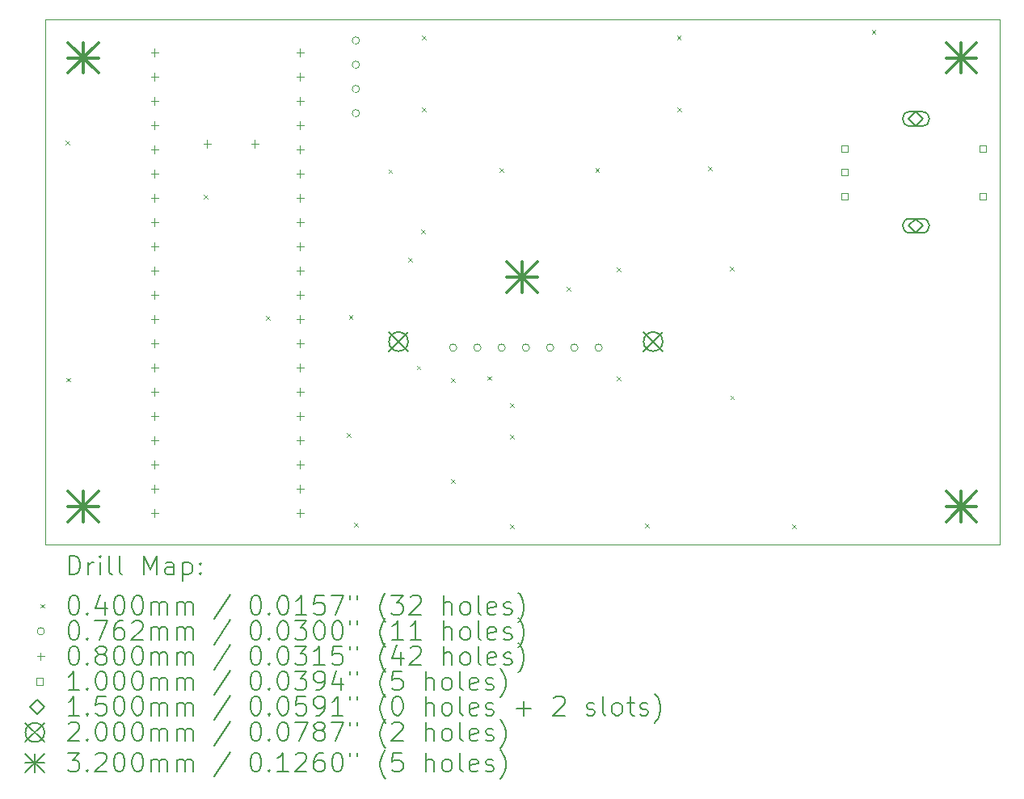
<source format=gbr>
%TF.GenerationSoftware,KiCad,Pcbnew,7.0.7*%
%TF.CreationDate,2023-10-08T08:59:40-04:00*%
%TF.ProjectId,ControlBoard,436f6e74-726f-46c4-926f-6172642e6b69,rev?*%
%TF.SameCoordinates,PX5f5e100PY459e440*%
%TF.FileFunction,Drillmap*%
%TF.FilePolarity,Positive*%
%FSLAX45Y45*%
G04 Gerber Fmt 4.5, Leading zero omitted, Abs format (unit mm)*
G04 Created by KiCad (PCBNEW 7.0.7) date 2023-10-08 08:59:40*
%MOMM*%
%LPD*%
G01*
G04 APERTURE LIST*
%ADD10C,0.100000*%
%ADD11C,0.200000*%
%ADD12C,0.040000*%
%ADD13C,0.076200*%
%ADD14C,0.080000*%
%ADD15C,0.150000*%
%ADD16C,0.320000*%
G04 APERTURE END LIST*
D10*
X10000000Y0D02*
X10000000Y-5500000D01*
X0Y-5500000D02*
X0Y0D01*
X10000000Y-5500000D02*
X0Y-5500000D01*
X0Y0D02*
X10000000Y0D01*
D11*
D12*
X216200Y-1267740D02*
X256200Y-1307740D01*
X256200Y-1267740D02*
X216200Y-1307740D01*
X226360Y-3754400D02*
X266360Y-3794400D01*
X266360Y-3754400D02*
X226360Y-3794400D01*
X1666540Y-1836700D02*
X1706540Y-1876700D01*
X1706540Y-1836700D02*
X1666540Y-1876700D01*
X2316780Y-3104160D02*
X2356780Y-3144160D01*
X2356780Y-3104160D02*
X2316780Y-3144160D01*
X3165140Y-4333520D02*
X3205140Y-4373520D01*
X3205140Y-4333520D02*
X3165140Y-4373520D01*
X3182920Y-3099080D02*
X3222920Y-3139080D01*
X3222920Y-3099080D02*
X3182920Y-3139080D01*
X3241340Y-5275860D02*
X3281340Y-5315860D01*
X3281340Y-5275860D02*
X3241340Y-5315860D01*
X3599480Y-1570000D02*
X3639480Y-1610000D01*
X3639480Y-1570000D02*
X3599480Y-1610000D01*
X3805220Y-2497100D02*
X3845220Y-2537100D01*
X3845220Y-2497100D02*
X3805220Y-2537100D01*
X3894120Y-3627400D02*
X3934120Y-3667400D01*
X3934120Y-3627400D02*
X3894120Y-3667400D01*
X3942380Y-2202460D02*
X3982380Y-2242460D01*
X3982380Y-2202460D02*
X3942380Y-2242460D01*
X3947460Y-924840D02*
X3987460Y-964840D01*
X3987460Y-924840D02*
X3947460Y-964840D01*
X3952540Y-167920D02*
X3992540Y-207920D01*
X3992540Y-167920D02*
X3952540Y-207920D01*
X4256000Y-3756940D02*
X4296000Y-3796940D01*
X4296000Y-3756940D02*
X4256000Y-3796940D01*
X4256000Y-4818660D02*
X4296000Y-4858660D01*
X4296000Y-4818660D02*
X4256000Y-4858660D01*
X4633260Y-3736620D02*
X4673260Y-3776620D01*
X4673260Y-3736620D02*
X4633260Y-3776620D01*
X4762800Y-1559840D02*
X4802800Y-1599840D01*
X4802800Y-1559840D02*
X4762800Y-1599840D01*
X4872020Y-5291100D02*
X4912020Y-5331100D01*
X4912020Y-5291100D02*
X4872020Y-5331100D01*
X4874560Y-4021100D02*
X4914560Y-4061100D01*
X4914560Y-4021100D02*
X4874560Y-4061100D01*
X4874560Y-4348760D02*
X4914560Y-4388760D01*
X4914560Y-4348760D02*
X4874560Y-4388760D01*
X5463840Y-2804440D02*
X5503840Y-2844440D01*
X5503840Y-2804440D02*
X5463840Y-2844440D01*
X5766100Y-1554760D02*
X5806100Y-1594760D01*
X5806100Y-1554760D02*
X5766100Y-1594760D01*
X5989620Y-2601240D02*
X6029620Y-2641240D01*
X6029620Y-2601240D02*
X5989620Y-2641240D01*
X5989620Y-3741700D02*
X6029620Y-3781700D01*
X6029620Y-3741700D02*
X5989620Y-3781700D01*
X6286800Y-5283480D02*
X6326800Y-5323480D01*
X6326800Y-5283480D02*
X6286800Y-5323480D01*
X6622080Y-167920D02*
X6662080Y-207920D01*
X6662080Y-167920D02*
X6622080Y-207920D01*
X6624620Y-924840D02*
X6664620Y-964840D01*
X6664620Y-924840D02*
X6624620Y-964840D01*
X6949740Y-1542060D02*
X6989740Y-1582060D01*
X6989740Y-1542060D02*
X6949740Y-1582060D01*
X7173260Y-2591080D02*
X7213260Y-2631080D01*
X7213260Y-2591080D02*
X7173260Y-2631080D01*
X7180880Y-3939820D02*
X7220880Y-3979820D01*
X7220880Y-3939820D02*
X7180880Y-3979820D01*
X7826040Y-5288560D02*
X7866040Y-5328560D01*
X7866040Y-5288560D02*
X7826040Y-5328560D01*
X8661700Y-112040D02*
X8701700Y-152040D01*
X8701700Y-112040D02*
X8661700Y-152040D01*
D13*
X3295100Y-219000D02*
G75*
G03*
X3295100Y-219000I-38100J0D01*
G01*
X3295100Y-473000D02*
G75*
G03*
X3295100Y-473000I-38100J0D01*
G01*
X3295100Y-727000D02*
G75*
G03*
X3295100Y-727000I-38100J0D01*
G01*
X3295100Y-981000D02*
G75*
G03*
X3295100Y-981000I-38100J0D01*
G01*
X4314100Y-3438000D02*
G75*
G03*
X4314100Y-3438000I-38100J0D01*
G01*
X4568100Y-3438000D02*
G75*
G03*
X4568100Y-3438000I-38100J0D01*
G01*
X4822100Y-3438000D02*
G75*
G03*
X4822100Y-3438000I-38100J0D01*
G01*
X5076100Y-3438000D02*
G75*
G03*
X5076100Y-3438000I-38100J0D01*
G01*
X5330100Y-3438000D02*
G75*
G03*
X5330100Y-3438000I-38100J0D01*
G01*
X5584100Y-3438000D02*
G75*
G03*
X5584100Y-3438000I-38100J0D01*
G01*
X5838100Y-3438000D02*
G75*
G03*
X5838100Y-3438000I-38100J0D01*
G01*
D14*
X1150600Y-305400D02*
X1150600Y-385400D01*
X1110600Y-345400D02*
X1190600Y-345400D01*
X1150600Y-559400D02*
X1150600Y-639400D01*
X1110600Y-599400D02*
X1190600Y-599400D01*
X1150600Y-813400D02*
X1150600Y-893400D01*
X1110600Y-853400D02*
X1190600Y-853400D01*
X1150600Y-1067400D02*
X1150600Y-1147400D01*
X1110600Y-1107400D02*
X1190600Y-1107400D01*
X1150600Y-1321400D02*
X1150600Y-1401400D01*
X1110600Y-1361400D02*
X1190600Y-1361400D01*
X1150600Y-1575400D02*
X1150600Y-1655400D01*
X1110600Y-1615400D02*
X1190600Y-1615400D01*
X1150600Y-1829400D02*
X1150600Y-1909400D01*
X1110600Y-1869400D02*
X1190600Y-1869400D01*
X1150600Y-2083400D02*
X1150600Y-2163400D01*
X1110600Y-2123400D02*
X1190600Y-2123400D01*
X1150600Y-2337400D02*
X1150600Y-2417400D01*
X1110600Y-2377400D02*
X1190600Y-2377400D01*
X1150600Y-2591400D02*
X1150600Y-2671400D01*
X1110600Y-2631400D02*
X1190600Y-2631400D01*
X1150600Y-2845400D02*
X1150600Y-2925400D01*
X1110600Y-2885400D02*
X1190600Y-2885400D01*
X1150600Y-3099400D02*
X1150600Y-3179400D01*
X1110600Y-3139400D02*
X1190600Y-3139400D01*
X1150600Y-3353400D02*
X1150600Y-3433400D01*
X1110600Y-3393400D02*
X1190600Y-3393400D01*
X1150600Y-3607400D02*
X1150600Y-3687400D01*
X1110600Y-3647400D02*
X1190600Y-3647400D01*
X1150600Y-3861400D02*
X1150600Y-3941400D01*
X1110600Y-3901400D02*
X1190600Y-3901400D01*
X1150600Y-4115400D02*
X1150600Y-4195400D01*
X1110600Y-4155400D02*
X1190600Y-4155400D01*
X1150600Y-4369400D02*
X1150600Y-4449400D01*
X1110600Y-4409400D02*
X1190600Y-4409400D01*
X1150600Y-4623400D02*
X1150600Y-4703400D01*
X1110600Y-4663400D02*
X1190600Y-4663400D01*
X1150600Y-4877400D02*
X1150600Y-4957400D01*
X1110600Y-4917400D02*
X1190600Y-4917400D01*
X1150600Y-5131400D02*
X1150600Y-5211400D01*
X1110600Y-5171400D02*
X1190600Y-5171400D01*
X1700000Y-1260000D02*
X1700000Y-1340000D01*
X1660000Y-1300000D02*
X1740000Y-1300000D01*
X2200000Y-1260000D02*
X2200000Y-1340000D01*
X2160000Y-1300000D02*
X2240000Y-1300000D01*
X2674600Y-305400D02*
X2674600Y-385400D01*
X2634600Y-345400D02*
X2714600Y-345400D01*
X2674600Y-559400D02*
X2674600Y-639400D01*
X2634600Y-599400D02*
X2714600Y-599400D01*
X2674600Y-813400D02*
X2674600Y-893400D01*
X2634600Y-853400D02*
X2714600Y-853400D01*
X2674600Y-1067400D02*
X2674600Y-1147400D01*
X2634600Y-1107400D02*
X2714600Y-1107400D01*
X2674600Y-1321400D02*
X2674600Y-1401400D01*
X2634600Y-1361400D02*
X2714600Y-1361400D01*
X2674600Y-1575400D02*
X2674600Y-1655400D01*
X2634600Y-1615400D02*
X2714600Y-1615400D01*
X2674600Y-1829400D02*
X2674600Y-1909400D01*
X2634600Y-1869400D02*
X2714600Y-1869400D01*
X2674600Y-2083400D02*
X2674600Y-2163400D01*
X2634600Y-2123400D02*
X2714600Y-2123400D01*
X2674600Y-2337400D02*
X2674600Y-2417400D01*
X2634600Y-2377400D02*
X2714600Y-2377400D01*
X2674600Y-2591400D02*
X2674600Y-2671400D01*
X2634600Y-2631400D02*
X2714600Y-2631400D01*
X2674600Y-2845400D02*
X2674600Y-2925400D01*
X2634600Y-2885400D02*
X2714600Y-2885400D01*
X2674600Y-3099400D02*
X2674600Y-3179400D01*
X2634600Y-3139400D02*
X2714600Y-3139400D01*
X2674600Y-3353400D02*
X2674600Y-3433400D01*
X2634600Y-3393400D02*
X2714600Y-3393400D01*
X2674600Y-3607400D02*
X2674600Y-3687400D01*
X2634600Y-3647400D02*
X2714600Y-3647400D01*
X2674600Y-3861400D02*
X2674600Y-3941400D01*
X2634600Y-3901400D02*
X2714600Y-3901400D01*
X2674600Y-4115400D02*
X2674600Y-4195400D01*
X2634600Y-4155400D02*
X2714600Y-4155400D01*
X2674600Y-4369400D02*
X2674600Y-4449400D01*
X2634600Y-4409400D02*
X2714600Y-4409400D01*
X2674600Y-4623400D02*
X2674600Y-4703400D01*
X2634600Y-4663400D02*
X2714600Y-4663400D01*
X2674600Y-4877400D02*
X2674600Y-4957400D01*
X2634600Y-4917400D02*
X2714600Y-4917400D01*
X2674600Y-5131400D02*
X2674600Y-5211400D01*
X2634600Y-5171400D02*
X2714600Y-5171400D01*
D10*
X8410356Y-1385356D02*
X8410356Y-1314644D01*
X8339644Y-1314644D01*
X8339644Y-1385356D01*
X8410356Y-1385356D01*
X8410356Y-1635356D02*
X8410356Y-1564644D01*
X8339644Y-1564644D01*
X8339644Y-1635356D01*
X8410356Y-1635356D01*
X8410356Y-1885356D02*
X8410356Y-1814644D01*
X8339644Y-1814644D01*
X8339644Y-1885356D01*
X8410356Y-1885356D01*
X9860356Y-1385356D02*
X9860356Y-1314644D01*
X9789644Y-1314644D01*
X9789644Y-1385356D01*
X9860356Y-1385356D01*
X9860356Y-1885356D02*
X9860356Y-1814644D01*
X9789644Y-1814644D01*
X9789644Y-1885356D01*
X9860356Y-1885356D01*
D15*
X9125000Y-1115000D02*
X9200000Y-1040000D01*
X9125000Y-965000D01*
X9050000Y-1040000D01*
X9125000Y-1115000D01*
D11*
X9060000Y-1115000D02*
X9190000Y-1115000D01*
X9190000Y-1115000D02*
G75*
G03*
X9190000Y-965000I0J75000D01*
G01*
X9190000Y-965000D02*
X9060000Y-965000D01*
X9060000Y-965000D02*
G75*
G03*
X9060000Y-1115000I0J-75000D01*
G01*
D15*
X9125000Y-2235000D02*
X9200000Y-2160000D01*
X9125000Y-2085000D01*
X9050000Y-2160000D01*
X9125000Y-2235000D01*
D11*
X9060000Y-2235000D02*
X9190000Y-2235000D01*
X9190000Y-2235000D02*
G75*
G03*
X9190000Y-2085000I0J75000D01*
G01*
X9190000Y-2085000D02*
X9060000Y-2085000D01*
X9060000Y-2085000D02*
G75*
G03*
X9060000Y-2235000I0J-75000D01*
G01*
X3604500Y-3274500D02*
X3804500Y-3474500D01*
X3804500Y-3274500D02*
X3604500Y-3474500D01*
X3804500Y-3374500D02*
G75*
G03*
X3804500Y-3374500I-100000J0D01*
G01*
X6271500Y-3274500D02*
X6471500Y-3474500D01*
X6471500Y-3274500D02*
X6271500Y-3474500D01*
X6471500Y-3374500D02*
G75*
G03*
X6471500Y-3374500I-100000J0D01*
G01*
D16*
X240000Y-240000D02*
X560000Y-560000D01*
X560000Y-240000D02*
X240000Y-560000D01*
X400000Y-240000D02*
X400000Y-560000D01*
X240000Y-400000D02*
X560000Y-400000D01*
X240000Y-4940000D02*
X560000Y-5260000D01*
X560000Y-4940000D02*
X240000Y-5260000D01*
X400000Y-4940000D02*
X400000Y-5260000D01*
X240000Y-5100000D02*
X560000Y-5100000D01*
X4840000Y-2540000D02*
X5160000Y-2860000D01*
X5160000Y-2540000D02*
X4840000Y-2860000D01*
X5000000Y-2540000D02*
X5000000Y-2860000D01*
X4840000Y-2700000D02*
X5160000Y-2700000D01*
X9440000Y-240000D02*
X9760000Y-560000D01*
X9760000Y-240000D02*
X9440000Y-560000D01*
X9600000Y-240000D02*
X9600000Y-560000D01*
X9440000Y-400000D02*
X9760000Y-400000D01*
X9440000Y-4940000D02*
X9760000Y-5260000D01*
X9760000Y-4940000D02*
X9440000Y-5260000D01*
X9600000Y-4940000D02*
X9600000Y-5260000D01*
X9440000Y-5100000D02*
X9760000Y-5100000D01*
D11*
X255777Y-5816484D02*
X255777Y-5616484D01*
X255777Y-5616484D02*
X303396Y-5616484D01*
X303396Y-5616484D02*
X331967Y-5626008D01*
X331967Y-5626008D02*
X351015Y-5645055D01*
X351015Y-5645055D02*
X360539Y-5664103D01*
X360539Y-5664103D02*
X370062Y-5702198D01*
X370062Y-5702198D02*
X370062Y-5730769D01*
X370062Y-5730769D02*
X360539Y-5768865D01*
X360539Y-5768865D02*
X351015Y-5787912D01*
X351015Y-5787912D02*
X331967Y-5806960D01*
X331967Y-5806960D02*
X303396Y-5816484D01*
X303396Y-5816484D02*
X255777Y-5816484D01*
X455777Y-5816484D02*
X455777Y-5683150D01*
X455777Y-5721246D02*
X465301Y-5702198D01*
X465301Y-5702198D02*
X474824Y-5692674D01*
X474824Y-5692674D02*
X493872Y-5683150D01*
X493872Y-5683150D02*
X512920Y-5683150D01*
X579586Y-5816484D02*
X579586Y-5683150D01*
X579586Y-5616484D02*
X570063Y-5626008D01*
X570063Y-5626008D02*
X579586Y-5635531D01*
X579586Y-5635531D02*
X589110Y-5626008D01*
X589110Y-5626008D02*
X579586Y-5616484D01*
X579586Y-5616484D02*
X579586Y-5635531D01*
X703396Y-5816484D02*
X684348Y-5806960D01*
X684348Y-5806960D02*
X674824Y-5787912D01*
X674824Y-5787912D02*
X674824Y-5616484D01*
X808158Y-5816484D02*
X789110Y-5806960D01*
X789110Y-5806960D02*
X779586Y-5787912D01*
X779586Y-5787912D02*
X779586Y-5616484D01*
X1036729Y-5816484D02*
X1036729Y-5616484D01*
X1036729Y-5616484D02*
X1103396Y-5759341D01*
X1103396Y-5759341D02*
X1170063Y-5616484D01*
X1170063Y-5616484D02*
X1170063Y-5816484D01*
X1351015Y-5816484D02*
X1351015Y-5711722D01*
X1351015Y-5711722D02*
X1341491Y-5692674D01*
X1341491Y-5692674D02*
X1322444Y-5683150D01*
X1322444Y-5683150D02*
X1284348Y-5683150D01*
X1284348Y-5683150D02*
X1265301Y-5692674D01*
X1351015Y-5806960D02*
X1331967Y-5816484D01*
X1331967Y-5816484D02*
X1284348Y-5816484D01*
X1284348Y-5816484D02*
X1265301Y-5806960D01*
X1265301Y-5806960D02*
X1255777Y-5787912D01*
X1255777Y-5787912D02*
X1255777Y-5768865D01*
X1255777Y-5768865D02*
X1265301Y-5749817D01*
X1265301Y-5749817D02*
X1284348Y-5740293D01*
X1284348Y-5740293D02*
X1331967Y-5740293D01*
X1331967Y-5740293D02*
X1351015Y-5730769D01*
X1446253Y-5683150D02*
X1446253Y-5883150D01*
X1446253Y-5692674D02*
X1465301Y-5683150D01*
X1465301Y-5683150D02*
X1503396Y-5683150D01*
X1503396Y-5683150D02*
X1522443Y-5692674D01*
X1522443Y-5692674D02*
X1531967Y-5702198D01*
X1531967Y-5702198D02*
X1541491Y-5721246D01*
X1541491Y-5721246D02*
X1541491Y-5778388D01*
X1541491Y-5778388D02*
X1531967Y-5797436D01*
X1531967Y-5797436D02*
X1522443Y-5806960D01*
X1522443Y-5806960D02*
X1503396Y-5816484D01*
X1503396Y-5816484D02*
X1465301Y-5816484D01*
X1465301Y-5816484D02*
X1446253Y-5806960D01*
X1627205Y-5797436D02*
X1636729Y-5806960D01*
X1636729Y-5806960D02*
X1627205Y-5816484D01*
X1627205Y-5816484D02*
X1617682Y-5806960D01*
X1617682Y-5806960D02*
X1627205Y-5797436D01*
X1627205Y-5797436D02*
X1627205Y-5816484D01*
X1627205Y-5692674D02*
X1636729Y-5702198D01*
X1636729Y-5702198D02*
X1627205Y-5711722D01*
X1627205Y-5711722D02*
X1617682Y-5702198D01*
X1617682Y-5702198D02*
X1627205Y-5692674D01*
X1627205Y-5692674D02*
X1627205Y-5711722D01*
D12*
X-45000Y-6125000D02*
X-5000Y-6165000D01*
X-5000Y-6125000D02*
X-45000Y-6165000D01*
D11*
X293872Y-6036484D02*
X312920Y-6036484D01*
X312920Y-6036484D02*
X331967Y-6046008D01*
X331967Y-6046008D02*
X341491Y-6055531D01*
X341491Y-6055531D02*
X351015Y-6074579D01*
X351015Y-6074579D02*
X360539Y-6112674D01*
X360539Y-6112674D02*
X360539Y-6160293D01*
X360539Y-6160293D02*
X351015Y-6198388D01*
X351015Y-6198388D02*
X341491Y-6217436D01*
X341491Y-6217436D02*
X331967Y-6226960D01*
X331967Y-6226960D02*
X312920Y-6236484D01*
X312920Y-6236484D02*
X293872Y-6236484D01*
X293872Y-6236484D02*
X274824Y-6226960D01*
X274824Y-6226960D02*
X265301Y-6217436D01*
X265301Y-6217436D02*
X255777Y-6198388D01*
X255777Y-6198388D02*
X246253Y-6160293D01*
X246253Y-6160293D02*
X246253Y-6112674D01*
X246253Y-6112674D02*
X255777Y-6074579D01*
X255777Y-6074579D02*
X265301Y-6055531D01*
X265301Y-6055531D02*
X274824Y-6046008D01*
X274824Y-6046008D02*
X293872Y-6036484D01*
X446253Y-6217436D02*
X455777Y-6226960D01*
X455777Y-6226960D02*
X446253Y-6236484D01*
X446253Y-6236484D02*
X436729Y-6226960D01*
X436729Y-6226960D02*
X446253Y-6217436D01*
X446253Y-6217436D02*
X446253Y-6236484D01*
X627205Y-6103150D02*
X627205Y-6236484D01*
X579586Y-6026960D02*
X531967Y-6169817D01*
X531967Y-6169817D02*
X655777Y-6169817D01*
X770062Y-6036484D02*
X789110Y-6036484D01*
X789110Y-6036484D02*
X808158Y-6046008D01*
X808158Y-6046008D02*
X817682Y-6055531D01*
X817682Y-6055531D02*
X827205Y-6074579D01*
X827205Y-6074579D02*
X836729Y-6112674D01*
X836729Y-6112674D02*
X836729Y-6160293D01*
X836729Y-6160293D02*
X827205Y-6198388D01*
X827205Y-6198388D02*
X817682Y-6217436D01*
X817682Y-6217436D02*
X808158Y-6226960D01*
X808158Y-6226960D02*
X789110Y-6236484D01*
X789110Y-6236484D02*
X770062Y-6236484D01*
X770062Y-6236484D02*
X751015Y-6226960D01*
X751015Y-6226960D02*
X741491Y-6217436D01*
X741491Y-6217436D02*
X731967Y-6198388D01*
X731967Y-6198388D02*
X722443Y-6160293D01*
X722443Y-6160293D02*
X722443Y-6112674D01*
X722443Y-6112674D02*
X731967Y-6074579D01*
X731967Y-6074579D02*
X741491Y-6055531D01*
X741491Y-6055531D02*
X751015Y-6046008D01*
X751015Y-6046008D02*
X770062Y-6036484D01*
X960539Y-6036484D02*
X979586Y-6036484D01*
X979586Y-6036484D02*
X998634Y-6046008D01*
X998634Y-6046008D02*
X1008158Y-6055531D01*
X1008158Y-6055531D02*
X1017682Y-6074579D01*
X1017682Y-6074579D02*
X1027205Y-6112674D01*
X1027205Y-6112674D02*
X1027205Y-6160293D01*
X1027205Y-6160293D02*
X1017682Y-6198388D01*
X1017682Y-6198388D02*
X1008158Y-6217436D01*
X1008158Y-6217436D02*
X998634Y-6226960D01*
X998634Y-6226960D02*
X979586Y-6236484D01*
X979586Y-6236484D02*
X960539Y-6236484D01*
X960539Y-6236484D02*
X941491Y-6226960D01*
X941491Y-6226960D02*
X931967Y-6217436D01*
X931967Y-6217436D02*
X922443Y-6198388D01*
X922443Y-6198388D02*
X912920Y-6160293D01*
X912920Y-6160293D02*
X912920Y-6112674D01*
X912920Y-6112674D02*
X922443Y-6074579D01*
X922443Y-6074579D02*
X931967Y-6055531D01*
X931967Y-6055531D02*
X941491Y-6046008D01*
X941491Y-6046008D02*
X960539Y-6036484D01*
X1112920Y-6236484D02*
X1112920Y-6103150D01*
X1112920Y-6122198D02*
X1122444Y-6112674D01*
X1122444Y-6112674D02*
X1141491Y-6103150D01*
X1141491Y-6103150D02*
X1170063Y-6103150D01*
X1170063Y-6103150D02*
X1189110Y-6112674D01*
X1189110Y-6112674D02*
X1198634Y-6131722D01*
X1198634Y-6131722D02*
X1198634Y-6236484D01*
X1198634Y-6131722D02*
X1208158Y-6112674D01*
X1208158Y-6112674D02*
X1227205Y-6103150D01*
X1227205Y-6103150D02*
X1255777Y-6103150D01*
X1255777Y-6103150D02*
X1274825Y-6112674D01*
X1274825Y-6112674D02*
X1284348Y-6131722D01*
X1284348Y-6131722D02*
X1284348Y-6236484D01*
X1379586Y-6236484D02*
X1379586Y-6103150D01*
X1379586Y-6122198D02*
X1389110Y-6112674D01*
X1389110Y-6112674D02*
X1408158Y-6103150D01*
X1408158Y-6103150D02*
X1436729Y-6103150D01*
X1436729Y-6103150D02*
X1455777Y-6112674D01*
X1455777Y-6112674D02*
X1465301Y-6131722D01*
X1465301Y-6131722D02*
X1465301Y-6236484D01*
X1465301Y-6131722D02*
X1474824Y-6112674D01*
X1474824Y-6112674D02*
X1493872Y-6103150D01*
X1493872Y-6103150D02*
X1522443Y-6103150D01*
X1522443Y-6103150D02*
X1541491Y-6112674D01*
X1541491Y-6112674D02*
X1551015Y-6131722D01*
X1551015Y-6131722D02*
X1551015Y-6236484D01*
X1941491Y-6026960D02*
X1770063Y-6284103D01*
X2198634Y-6036484D02*
X2217682Y-6036484D01*
X2217682Y-6036484D02*
X2236729Y-6046008D01*
X2236729Y-6046008D02*
X2246253Y-6055531D01*
X2246253Y-6055531D02*
X2255777Y-6074579D01*
X2255777Y-6074579D02*
X2265301Y-6112674D01*
X2265301Y-6112674D02*
X2265301Y-6160293D01*
X2265301Y-6160293D02*
X2255777Y-6198388D01*
X2255777Y-6198388D02*
X2246253Y-6217436D01*
X2246253Y-6217436D02*
X2236729Y-6226960D01*
X2236729Y-6226960D02*
X2217682Y-6236484D01*
X2217682Y-6236484D02*
X2198634Y-6236484D01*
X2198634Y-6236484D02*
X2179587Y-6226960D01*
X2179587Y-6226960D02*
X2170063Y-6217436D01*
X2170063Y-6217436D02*
X2160539Y-6198388D01*
X2160539Y-6198388D02*
X2151015Y-6160293D01*
X2151015Y-6160293D02*
X2151015Y-6112674D01*
X2151015Y-6112674D02*
X2160539Y-6074579D01*
X2160539Y-6074579D02*
X2170063Y-6055531D01*
X2170063Y-6055531D02*
X2179587Y-6046008D01*
X2179587Y-6046008D02*
X2198634Y-6036484D01*
X2351015Y-6217436D02*
X2360539Y-6226960D01*
X2360539Y-6226960D02*
X2351015Y-6236484D01*
X2351015Y-6236484D02*
X2341491Y-6226960D01*
X2341491Y-6226960D02*
X2351015Y-6217436D01*
X2351015Y-6217436D02*
X2351015Y-6236484D01*
X2484348Y-6036484D02*
X2503396Y-6036484D01*
X2503396Y-6036484D02*
X2522444Y-6046008D01*
X2522444Y-6046008D02*
X2531968Y-6055531D01*
X2531968Y-6055531D02*
X2541491Y-6074579D01*
X2541491Y-6074579D02*
X2551015Y-6112674D01*
X2551015Y-6112674D02*
X2551015Y-6160293D01*
X2551015Y-6160293D02*
X2541491Y-6198388D01*
X2541491Y-6198388D02*
X2531968Y-6217436D01*
X2531968Y-6217436D02*
X2522444Y-6226960D01*
X2522444Y-6226960D02*
X2503396Y-6236484D01*
X2503396Y-6236484D02*
X2484348Y-6236484D01*
X2484348Y-6236484D02*
X2465301Y-6226960D01*
X2465301Y-6226960D02*
X2455777Y-6217436D01*
X2455777Y-6217436D02*
X2446253Y-6198388D01*
X2446253Y-6198388D02*
X2436729Y-6160293D01*
X2436729Y-6160293D02*
X2436729Y-6112674D01*
X2436729Y-6112674D02*
X2446253Y-6074579D01*
X2446253Y-6074579D02*
X2455777Y-6055531D01*
X2455777Y-6055531D02*
X2465301Y-6046008D01*
X2465301Y-6046008D02*
X2484348Y-6036484D01*
X2741491Y-6236484D02*
X2627206Y-6236484D01*
X2684348Y-6236484D02*
X2684348Y-6036484D01*
X2684348Y-6036484D02*
X2665301Y-6065055D01*
X2665301Y-6065055D02*
X2646253Y-6084103D01*
X2646253Y-6084103D02*
X2627206Y-6093627D01*
X2922444Y-6036484D02*
X2827206Y-6036484D01*
X2827206Y-6036484D02*
X2817682Y-6131722D01*
X2817682Y-6131722D02*
X2827206Y-6122198D01*
X2827206Y-6122198D02*
X2846253Y-6112674D01*
X2846253Y-6112674D02*
X2893872Y-6112674D01*
X2893872Y-6112674D02*
X2912920Y-6122198D01*
X2912920Y-6122198D02*
X2922444Y-6131722D01*
X2922444Y-6131722D02*
X2931967Y-6150769D01*
X2931967Y-6150769D02*
X2931967Y-6198388D01*
X2931967Y-6198388D02*
X2922444Y-6217436D01*
X2922444Y-6217436D02*
X2912920Y-6226960D01*
X2912920Y-6226960D02*
X2893872Y-6236484D01*
X2893872Y-6236484D02*
X2846253Y-6236484D01*
X2846253Y-6236484D02*
X2827206Y-6226960D01*
X2827206Y-6226960D02*
X2817682Y-6217436D01*
X2998634Y-6036484D02*
X3131967Y-6036484D01*
X3131967Y-6036484D02*
X3046253Y-6236484D01*
X3198634Y-6036484D02*
X3198634Y-6074579D01*
X3274825Y-6036484D02*
X3274825Y-6074579D01*
X3570063Y-6312674D02*
X3560539Y-6303150D01*
X3560539Y-6303150D02*
X3541491Y-6274579D01*
X3541491Y-6274579D02*
X3531968Y-6255531D01*
X3531968Y-6255531D02*
X3522444Y-6226960D01*
X3522444Y-6226960D02*
X3512920Y-6179341D01*
X3512920Y-6179341D02*
X3512920Y-6141246D01*
X3512920Y-6141246D02*
X3522444Y-6093627D01*
X3522444Y-6093627D02*
X3531968Y-6065055D01*
X3531968Y-6065055D02*
X3541491Y-6046008D01*
X3541491Y-6046008D02*
X3560539Y-6017436D01*
X3560539Y-6017436D02*
X3570063Y-6007912D01*
X3627206Y-6036484D02*
X3751015Y-6036484D01*
X3751015Y-6036484D02*
X3684348Y-6112674D01*
X3684348Y-6112674D02*
X3712920Y-6112674D01*
X3712920Y-6112674D02*
X3731968Y-6122198D01*
X3731968Y-6122198D02*
X3741491Y-6131722D01*
X3741491Y-6131722D02*
X3751015Y-6150769D01*
X3751015Y-6150769D02*
X3751015Y-6198388D01*
X3751015Y-6198388D02*
X3741491Y-6217436D01*
X3741491Y-6217436D02*
X3731968Y-6226960D01*
X3731968Y-6226960D02*
X3712920Y-6236484D01*
X3712920Y-6236484D02*
X3655777Y-6236484D01*
X3655777Y-6236484D02*
X3636729Y-6226960D01*
X3636729Y-6226960D02*
X3627206Y-6217436D01*
X3827206Y-6055531D02*
X3836729Y-6046008D01*
X3836729Y-6046008D02*
X3855777Y-6036484D01*
X3855777Y-6036484D02*
X3903396Y-6036484D01*
X3903396Y-6036484D02*
X3922444Y-6046008D01*
X3922444Y-6046008D02*
X3931968Y-6055531D01*
X3931968Y-6055531D02*
X3941491Y-6074579D01*
X3941491Y-6074579D02*
X3941491Y-6093627D01*
X3941491Y-6093627D02*
X3931968Y-6122198D01*
X3931968Y-6122198D02*
X3817682Y-6236484D01*
X3817682Y-6236484D02*
X3941491Y-6236484D01*
X4179587Y-6236484D02*
X4179587Y-6036484D01*
X4265301Y-6236484D02*
X4265301Y-6131722D01*
X4265301Y-6131722D02*
X4255777Y-6112674D01*
X4255777Y-6112674D02*
X4236730Y-6103150D01*
X4236730Y-6103150D02*
X4208158Y-6103150D01*
X4208158Y-6103150D02*
X4189110Y-6112674D01*
X4189110Y-6112674D02*
X4179587Y-6122198D01*
X4389111Y-6236484D02*
X4370063Y-6226960D01*
X4370063Y-6226960D02*
X4360539Y-6217436D01*
X4360539Y-6217436D02*
X4351015Y-6198388D01*
X4351015Y-6198388D02*
X4351015Y-6141246D01*
X4351015Y-6141246D02*
X4360539Y-6122198D01*
X4360539Y-6122198D02*
X4370063Y-6112674D01*
X4370063Y-6112674D02*
X4389111Y-6103150D01*
X4389111Y-6103150D02*
X4417682Y-6103150D01*
X4417682Y-6103150D02*
X4436730Y-6112674D01*
X4436730Y-6112674D02*
X4446253Y-6122198D01*
X4446253Y-6122198D02*
X4455777Y-6141246D01*
X4455777Y-6141246D02*
X4455777Y-6198388D01*
X4455777Y-6198388D02*
X4446253Y-6217436D01*
X4446253Y-6217436D02*
X4436730Y-6226960D01*
X4436730Y-6226960D02*
X4417682Y-6236484D01*
X4417682Y-6236484D02*
X4389111Y-6236484D01*
X4570063Y-6236484D02*
X4551015Y-6226960D01*
X4551015Y-6226960D02*
X4541492Y-6207912D01*
X4541492Y-6207912D02*
X4541492Y-6036484D01*
X4722444Y-6226960D02*
X4703396Y-6236484D01*
X4703396Y-6236484D02*
X4665301Y-6236484D01*
X4665301Y-6236484D02*
X4646253Y-6226960D01*
X4646253Y-6226960D02*
X4636730Y-6207912D01*
X4636730Y-6207912D02*
X4636730Y-6131722D01*
X4636730Y-6131722D02*
X4646253Y-6112674D01*
X4646253Y-6112674D02*
X4665301Y-6103150D01*
X4665301Y-6103150D02*
X4703396Y-6103150D01*
X4703396Y-6103150D02*
X4722444Y-6112674D01*
X4722444Y-6112674D02*
X4731968Y-6131722D01*
X4731968Y-6131722D02*
X4731968Y-6150769D01*
X4731968Y-6150769D02*
X4636730Y-6169817D01*
X4808158Y-6226960D02*
X4827206Y-6236484D01*
X4827206Y-6236484D02*
X4865301Y-6236484D01*
X4865301Y-6236484D02*
X4884349Y-6226960D01*
X4884349Y-6226960D02*
X4893873Y-6207912D01*
X4893873Y-6207912D02*
X4893873Y-6198388D01*
X4893873Y-6198388D02*
X4884349Y-6179341D01*
X4884349Y-6179341D02*
X4865301Y-6169817D01*
X4865301Y-6169817D02*
X4836730Y-6169817D01*
X4836730Y-6169817D02*
X4817682Y-6160293D01*
X4817682Y-6160293D02*
X4808158Y-6141246D01*
X4808158Y-6141246D02*
X4808158Y-6131722D01*
X4808158Y-6131722D02*
X4817682Y-6112674D01*
X4817682Y-6112674D02*
X4836730Y-6103150D01*
X4836730Y-6103150D02*
X4865301Y-6103150D01*
X4865301Y-6103150D02*
X4884349Y-6112674D01*
X4960539Y-6312674D02*
X4970063Y-6303150D01*
X4970063Y-6303150D02*
X4989111Y-6274579D01*
X4989111Y-6274579D02*
X4998634Y-6255531D01*
X4998634Y-6255531D02*
X5008158Y-6226960D01*
X5008158Y-6226960D02*
X5017682Y-6179341D01*
X5017682Y-6179341D02*
X5017682Y-6141246D01*
X5017682Y-6141246D02*
X5008158Y-6093627D01*
X5008158Y-6093627D02*
X4998634Y-6065055D01*
X4998634Y-6065055D02*
X4989111Y-6046008D01*
X4989111Y-6046008D02*
X4970063Y-6017436D01*
X4970063Y-6017436D02*
X4960539Y-6007912D01*
D13*
X-5000Y-6409000D02*
G75*
G03*
X-5000Y-6409000I-38100J0D01*
G01*
D11*
X293872Y-6300484D02*
X312920Y-6300484D01*
X312920Y-6300484D02*
X331967Y-6310008D01*
X331967Y-6310008D02*
X341491Y-6319531D01*
X341491Y-6319531D02*
X351015Y-6338579D01*
X351015Y-6338579D02*
X360539Y-6376674D01*
X360539Y-6376674D02*
X360539Y-6424293D01*
X360539Y-6424293D02*
X351015Y-6462388D01*
X351015Y-6462388D02*
X341491Y-6481436D01*
X341491Y-6481436D02*
X331967Y-6490960D01*
X331967Y-6490960D02*
X312920Y-6500484D01*
X312920Y-6500484D02*
X293872Y-6500484D01*
X293872Y-6500484D02*
X274824Y-6490960D01*
X274824Y-6490960D02*
X265301Y-6481436D01*
X265301Y-6481436D02*
X255777Y-6462388D01*
X255777Y-6462388D02*
X246253Y-6424293D01*
X246253Y-6424293D02*
X246253Y-6376674D01*
X246253Y-6376674D02*
X255777Y-6338579D01*
X255777Y-6338579D02*
X265301Y-6319531D01*
X265301Y-6319531D02*
X274824Y-6310008D01*
X274824Y-6310008D02*
X293872Y-6300484D01*
X446253Y-6481436D02*
X455777Y-6490960D01*
X455777Y-6490960D02*
X446253Y-6500484D01*
X446253Y-6500484D02*
X436729Y-6490960D01*
X436729Y-6490960D02*
X446253Y-6481436D01*
X446253Y-6481436D02*
X446253Y-6500484D01*
X522443Y-6300484D02*
X655777Y-6300484D01*
X655777Y-6300484D02*
X570063Y-6500484D01*
X817682Y-6300484D02*
X779586Y-6300484D01*
X779586Y-6300484D02*
X760539Y-6310008D01*
X760539Y-6310008D02*
X751015Y-6319531D01*
X751015Y-6319531D02*
X731967Y-6348103D01*
X731967Y-6348103D02*
X722443Y-6386198D01*
X722443Y-6386198D02*
X722443Y-6462388D01*
X722443Y-6462388D02*
X731967Y-6481436D01*
X731967Y-6481436D02*
X741491Y-6490960D01*
X741491Y-6490960D02*
X760539Y-6500484D01*
X760539Y-6500484D02*
X798634Y-6500484D01*
X798634Y-6500484D02*
X817682Y-6490960D01*
X817682Y-6490960D02*
X827205Y-6481436D01*
X827205Y-6481436D02*
X836729Y-6462388D01*
X836729Y-6462388D02*
X836729Y-6414769D01*
X836729Y-6414769D02*
X827205Y-6395722D01*
X827205Y-6395722D02*
X817682Y-6386198D01*
X817682Y-6386198D02*
X798634Y-6376674D01*
X798634Y-6376674D02*
X760539Y-6376674D01*
X760539Y-6376674D02*
X741491Y-6386198D01*
X741491Y-6386198D02*
X731967Y-6395722D01*
X731967Y-6395722D02*
X722443Y-6414769D01*
X912920Y-6319531D02*
X922443Y-6310008D01*
X922443Y-6310008D02*
X941491Y-6300484D01*
X941491Y-6300484D02*
X989110Y-6300484D01*
X989110Y-6300484D02*
X1008158Y-6310008D01*
X1008158Y-6310008D02*
X1017682Y-6319531D01*
X1017682Y-6319531D02*
X1027205Y-6338579D01*
X1027205Y-6338579D02*
X1027205Y-6357627D01*
X1027205Y-6357627D02*
X1017682Y-6386198D01*
X1017682Y-6386198D02*
X903396Y-6500484D01*
X903396Y-6500484D02*
X1027205Y-6500484D01*
X1112920Y-6500484D02*
X1112920Y-6367150D01*
X1112920Y-6386198D02*
X1122444Y-6376674D01*
X1122444Y-6376674D02*
X1141491Y-6367150D01*
X1141491Y-6367150D02*
X1170063Y-6367150D01*
X1170063Y-6367150D02*
X1189110Y-6376674D01*
X1189110Y-6376674D02*
X1198634Y-6395722D01*
X1198634Y-6395722D02*
X1198634Y-6500484D01*
X1198634Y-6395722D02*
X1208158Y-6376674D01*
X1208158Y-6376674D02*
X1227205Y-6367150D01*
X1227205Y-6367150D02*
X1255777Y-6367150D01*
X1255777Y-6367150D02*
X1274825Y-6376674D01*
X1274825Y-6376674D02*
X1284348Y-6395722D01*
X1284348Y-6395722D02*
X1284348Y-6500484D01*
X1379586Y-6500484D02*
X1379586Y-6367150D01*
X1379586Y-6386198D02*
X1389110Y-6376674D01*
X1389110Y-6376674D02*
X1408158Y-6367150D01*
X1408158Y-6367150D02*
X1436729Y-6367150D01*
X1436729Y-6367150D02*
X1455777Y-6376674D01*
X1455777Y-6376674D02*
X1465301Y-6395722D01*
X1465301Y-6395722D02*
X1465301Y-6500484D01*
X1465301Y-6395722D02*
X1474824Y-6376674D01*
X1474824Y-6376674D02*
X1493872Y-6367150D01*
X1493872Y-6367150D02*
X1522443Y-6367150D01*
X1522443Y-6367150D02*
X1541491Y-6376674D01*
X1541491Y-6376674D02*
X1551015Y-6395722D01*
X1551015Y-6395722D02*
X1551015Y-6500484D01*
X1941491Y-6290960D02*
X1770063Y-6548103D01*
X2198634Y-6300484D02*
X2217682Y-6300484D01*
X2217682Y-6300484D02*
X2236729Y-6310008D01*
X2236729Y-6310008D02*
X2246253Y-6319531D01*
X2246253Y-6319531D02*
X2255777Y-6338579D01*
X2255777Y-6338579D02*
X2265301Y-6376674D01*
X2265301Y-6376674D02*
X2265301Y-6424293D01*
X2265301Y-6424293D02*
X2255777Y-6462388D01*
X2255777Y-6462388D02*
X2246253Y-6481436D01*
X2246253Y-6481436D02*
X2236729Y-6490960D01*
X2236729Y-6490960D02*
X2217682Y-6500484D01*
X2217682Y-6500484D02*
X2198634Y-6500484D01*
X2198634Y-6500484D02*
X2179587Y-6490960D01*
X2179587Y-6490960D02*
X2170063Y-6481436D01*
X2170063Y-6481436D02*
X2160539Y-6462388D01*
X2160539Y-6462388D02*
X2151015Y-6424293D01*
X2151015Y-6424293D02*
X2151015Y-6376674D01*
X2151015Y-6376674D02*
X2160539Y-6338579D01*
X2160539Y-6338579D02*
X2170063Y-6319531D01*
X2170063Y-6319531D02*
X2179587Y-6310008D01*
X2179587Y-6310008D02*
X2198634Y-6300484D01*
X2351015Y-6481436D02*
X2360539Y-6490960D01*
X2360539Y-6490960D02*
X2351015Y-6500484D01*
X2351015Y-6500484D02*
X2341491Y-6490960D01*
X2341491Y-6490960D02*
X2351015Y-6481436D01*
X2351015Y-6481436D02*
X2351015Y-6500484D01*
X2484348Y-6300484D02*
X2503396Y-6300484D01*
X2503396Y-6300484D02*
X2522444Y-6310008D01*
X2522444Y-6310008D02*
X2531968Y-6319531D01*
X2531968Y-6319531D02*
X2541491Y-6338579D01*
X2541491Y-6338579D02*
X2551015Y-6376674D01*
X2551015Y-6376674D02*
X2551015Y-6424293D01*
X2551015Y-6424293D02*
X2541491Y-6462388D01*
X2541491Y-6462388D02*
X2531968Y-6481436D01*
X2531968Y-6481436D02*
X2522444Y-6490960D01*
X2522444Y-6490960D02*
X2503396Y-6500484D01*
X2503396Y-6500484D02*
X2484348Y-6500484D01*
X2484348Y-6500484D02*
X2465301Y-6490960D01*
X2465301Y-6490960D02*
X2455777Y-6481436D01*
X2455777Y-6481436D02*
X2446253Y-6462388D01*
X2446253Y-6462388D02*
X2436729Y-6424293D01*
X2436729Y-6424293D02*
X2436729Y-6376674D01*
X2436729Y-6376674D02*
X2446253Y-6338579D01*
X2446253Y-6338579D02*
X2455777Y-6319531D01*
X2455777Y-6319531D02*
X2465301Y-6310008D01*
X2465301Y-6310008D02*
X2484348Y-6300484D01*
X2617682Y-6300484D02*
X2741491Y-6300484D01*
X2741491Y-6300484D02*
X2674825Y-6376674D01*
X2674825Y-6376674D02*
X2703396Y-6376674D01*
X2703396Y-6376674D02*
X2722444Y-6386198D01*
X2722444Y-6386198D02*
X2731968Y-6395722D01*
X2731968Y-6395722D02*
X2741491Y-6414769D01*
X2741491Y-6414769D02*
X2741491Y-6462388D01*
X2741491Y-6462388D02*
X2731968Y-6481436D01*
X2731968Y-6481436D02*
X2722444Y-6490960D01*
X2722444Y-6490960D02*
X2703396Y-6500484D01*
X2703396Y-6500484D02*
X2646253Y-6500484D01*
X2646253Y-6500484D02*
X2627206Y-6490960D01*
X2627206Y-6490960D02*
X2617682Y-6481436D01*
X2865301Y-6300484D02*
X2884348Y-6300484D01*
X2884348Y-6300484D02*
X2903396Y-6310008D01*
X2903396Y-6310008D02*
X2912920Y-6319531D01*
X2912920Y-6319531D02*
X2922444Y-6338579D01*
X2922444Y-6338579D02*
X2931967Y-6376674D01*
X2931967Y-6376674D02*
X2931967Y-6424293D01*
X2931967Y-6424293D02*
X2922444Y-6462388D01*
X2922444Y-6462388D02*
X2912920Y-6481436D01*
X2912920Y-6481436D02*
X2903396Y-6490960D01*
X2903396Y-6490960D02*
X2884348Y-6500484D01*
X2884348Y-6500484D02*
X2865301Y-6500484D01*
X2865301Y-6500484D02*
X2846253Y-6490960D01*
X2846253Y-6490960D02*
X2836729Y-6481436D01*
X2836729Y-6481436D02*
X2827206Y-6462388D01*
X2827206Y-6462388D02*
X2817682Y-6424293D01*
X2817682Y-6424293D02*
X2817682Y-6376674D01*
X2817682Y-6376674D02*
X2827206Y-6338579D01*
X2827206Y-6338579D02*
X2836729Y-6319531D01*
X2836729Y-6319531D02*
X2846253Y-6310008D01*
X2846253Y-6310008D02*
X2865301Y-6300484D01*
X3055777Y-6300484D02*
X3074825Y-6300484D01*
X3074825Y-6300484D02*
X3093872Y-6310008D01*
X3093872Y-6310008D02*
X3103396Y-6319531D01*
X3103396Y-6319531D02*
X3112920Y-6338579D01*
X3112920Y-6338579D02*
X3122444Y-6376674D01*
X3122444Y-6376674D02*
X3122444Y-6424293D01*
X3122444Y-6424293D02*
X3112920Y-6462388D01*
X3112920Y-6462388D02*
X3103396Y-6481436D01*
X3103396Y-6481436D02*
X3093872Y-6490960D01*
X3093872Y-6490960D02*
X3074825Y-6500484D01*
X3074825Y-6500484D02*
X3055777Y-6500484D01*
X3055777Y-6500484D02*
X3036729Y-6490960D01*
X3036729Y-6490960D02*
X3027206Y-6481436D01*
X3027206Y-6481436D02*
X3017682Y-6462388D01*
X3017682Y-6462388D02*
X3008158Y-6424293D01*
X3008158Y-6424293D02*
X3008158Y-6376674D01*
X3008158Y-6376674D02*
X3017682Y-6338579D01*
X3017682Y-6338579D02*
X3027206Y-6319531D01*
X3027206Y-6319531D02*
X3036729Y-6310008D01*
X3036729Y-6310008D02*
X3055777Y-6300484D01*
X3198634Y-6300484D02*
X3198634Y-6338579D01*
X3274825Y-6300484D02*
X3274825Y-6338579D01*
X3570063Y-6576674D02*
X3560539Y-6567150D01*
X3560539Y-6567150D02*
X3541491Y-6538579D01*
X3541491Y-6538579D02*
X3531968Y-6519531D01*
X3531968Y-6519531D02*
X3522444Y-6490960D01*
X3522444Y-6490960D02*
X3512920Y-6443341D01*
X3512920Y-6443341D02*
X3512920Y-6405246D01*
X3512920Y-6405246D02*
X3522444Y-6357627D01*
X3522444Y-6357627D02*
X3531968Y-6329055D01*
X3531968Y-6329055D02*
X3541491Y-6310008D01*
X3541491Y-6310008D02*
X3560539Y-6281436D01*
X3560539Y-6281436D02*
X3570063Y-6271912D01*
X3751015Y-6500484D02*
X3636729Y-6500484D01*
X3693872Y-6500484D02*
X3693872Y-6300484D01*
X3693872Y-6300484D02*
X3674825Y-6329055D01*
X3674825Y-6329055D02*
X3655777Y-6348103D01*
X3655777Y-6348103D02*
X3636729Y-6357627D01*
X3941491Y-6500484D02*
X3827206Y-6500484D01*
X3884348Y-6500484D02*
X3884348Y-6300484D01*
X3884348Y-6300484D02*
X3865301Y-6329055D01*
X3865301Y-6329055D02*
X3846253Y-6348103D01*
X3846253Y-6348103D02*
X3827206Y-6357627D01*
X4179587Y-6500484D02*
X4179587Y-6300484D01*
X4265301Y-6500484D02*
X4265301Y-6395722D01*
X4265301Y-6395722D02*
X4255777Y-6376674D01*
X4255777Y-6376674D02*
X4236730Y-6367150D01*
X4236730Y-6367150D02*
X4208158Y-6367150D01*
X4208158Y-6367150D02*
X4189110Y-6376674D01*
X4189110Y-6376674D02*
X4179587Y-6386198D01*
X4389111Y-6500484D02*
X4370063Y-6490960D01*
X4370063Y-6490960D02*
X4360539Y-6481436D01*
X4360539Y-6481436D02*
X4351015Y-6462388D01*
X4351015Y-6462388D02*
X4351015Y-6405246D01*
X4351015Y-6405246D02*
X4360539Y-6386198D01*
X4360539Y-6386198D02*
X4370063Y-6376674D01*
X4370063Y-6376674D02*
X4389111Y-6367150D01*
X4389111Y-6367150D02*
X4417682Y-6367150D01*
X4417682Y-6367150D02*
X4436730Y-6376674D01*
X4436730Y-6376674D02*
X4446253Y-6386198D01*
X4446253Y-6386198D02*
X4455777Y-6405246D01*
X4455777Y-6405246D02*
X4455777Y-6462388D01*
X4455777Y-6462388D02*
X4446253Y-6481436D01*
X4446253Y-6481436D02*
X4436730Y-6490960D01*
X4436730Y-6490960D02*
X4417682Y-6500484D01*
X4417682Y-6500484D02*
X4389111Y-6500484D01*
X4570063Y-6500484D02*
X4551015Y-6490960D01*
X4551015Y-6490960D02*
X4541492Y-6471912D01*
X4541492Y-6471912D02*
X4541492Y-6300484D01*
X4722444Y-6490960D02*
X4703396Y-6500484D01*
X4703396Y-6500484D02*
X4665301Y-6500484D01*
X4665301Y-6500484D02*
X4646253Y-6490960D01*
X4646253Y-6490960D02*
X4636730Y-6471912D01*
X4636730Y-6471912D02*
X4636730Y-6395722D01*
X4636730Y-6395722D02*
X4646253Y-6376674D01*
X4646253Y-6376674D02*
X4665301Y-6367150D01*
X4665301Y-6367150D02*
X4703396Y-6367150D01*
X4703396Y-6367150D02*
X4722444Y-6376674D01*
X4722444Y-6376674D02*
X4731968Y-6395722D01*
X4731968Y-6395722D02*
X4731968Y-6414769D01*
X4731968Y-6414769D02*
X4636730Y-6433817D01*
X4808158Y-6490960D02*
X4827206Y-6500484D01*
X4827206Y-6500484D02*
X4865301Y-6500484D01*
X4865301Y-6500484D02*
X4884349Y-6490960D01*
X4884349Y-6490960D02*
X4893873Y-6471912D01*
X4893873Y-6471912D02*
X4893873Y-6462388D01*
X4893873Y-6462388D02*
X4884349Y-6443341D01*
X4884349Y-6443341D02*
X4865301Y-6433817D01*
X4865301Y-6433817D02*
X4836730Y-6433817D01*
X4836730Y-6433817D02*
X4817682Y-6424293D01*
X4817682Y-6424293D02*
X4808158Y-6405246D01*
X4808158Y-6405246D02*
X4808158Y-6395722D01*
X4808158Y-6395722D02*
X4817682Y-6376674D01*
X4817682Y-6376674D02*
X4836730Y-6367150D01*
X4836730Y-6367150D02*
X4865301Y-6367150D01*
X4865301Y-6367150D02*
X4884349Y-6376674D01*
X4960539Y-6576674D02*
X4970063Y-6567150D01*
X4970063Y-6567150D02*
X4989111Y-6538579D01*
X4989111Y-6538579D02*
X4998634Y-6519531D01*
X4998634Y-6519531D02*
X5008158Y-6490960D01*
X5008158Y-6490960D02*
X5017682Y-6443341D01*
X5017682Y-6443341D02*
X5017682Y-6405246D01*
X5017682Y-6405246D02*
X5008158Y-6357627D01*
X5008158Y-6357627D02*
X4998634Y-6329055D01*
X4998634Y-6329055D02*
X4989111Y-6310008D01*
X4989111Y-6310008D02*
X4970063Y-6281436D01*
X4970063Y-6281436D02*
X4960539Y-6271912D01*
D14*
X-45000Y-6633000D02*
X-45000Y-6713000D01*
X-85000Y-6673000D02*
X-5000Y-6673000D01*
D11*
X293872Y-6564484D02*
X312920Y-6564484D01*
X312920Y-6564484D02*
X331967Y-6574008D01*
X331967Y-6574008D02*
X341491Y-6583531D01*
X341491Y-6583531D02*
X351015Y-6602579D01*
X351015Y-6602579D02*
X360539Y-6640674D01*
X360539Y-6640674D02*
X360539Y-6688293D01*
X360539Y-6688293D02*
X351015Y-6726388D01*
X351015Y-6726388D02*
X341491Y-6745436D01*
X341491Y-6745436D02*
X331967Y-6754960D01*
X331967Y-6754960D02*
X312920Y-6764484D01*
X312920Y-6764484D02*
X293872Y-6764484D01*
X293872Y-6764484D02*
X274824Y-6754960D01*
X274824Y-6754960D02*
X265301Y-6745436D01*
X265301Y-6745436D02*
X255777Y-6726388D01*
X255777Y-6726388D02*
X246253Y-6688293D01*
X246253Y-6688293D02*
X246253Y-6640674D01*
X246253Y-6640674D02*
X255777Y-6602579D01*
X255777Y-6602579D02*
X265301Y-6583531D01*
X265301Y-6583531D02*
X274824Y-6574008D01*
X274824Y-6574008D02*
X293872Y-6564484D01*
X446253Y-6745436D02*
X455777Y-6754960D01*
X455777Y-6754960D02*
X446253Y-6764484D01*
X446253Y-6764484D02*
X436729Y-6754960D01*
X436729Y-6754960D02*
X446253Y-6745436D01*
X446253Y-6745436D02*
X446253Y-6764484D01*
X570063Y-6650198D02*
X551015Y-6640674D01*
X551015Y-6640674D02*
X541491Y-6631150D01*
X541491Y-6631150D02*
X531967Y-6612103D01*
X531967Y-6612103D02*
X531967Y-6602579D01*
X531967Y-6602579D02*
X541491Y-6583531D01*
X541491Y-6583531D02*
X551015Y-6574008D01*
X551015Y-6574008D02*
X570063Y-6564484D01*
X570063Y-6564484D02*
X608158Y-6564484D01*
X608158Y-6564484D02*
X627205Y-6574008D01*
X627205Y-6574008D02*
X636729Y-6583531D01*
X636729Y-6583531D02*
X646253Y-6602579D01*
X646253Y-6602579D02*
X646253Y-6612103D01*
X646253Y-6612103D02*
X636729Y-6631150D01*
X636729Y-6631150D02*
X627205Y-6640674D01*
X627205Y-6640674D02*
X608158Y-6650198D01*
X608158Y-6650198D02*
X570063Y-6650198D01*
X570063Y-6650198D02*
X551015Y-6659722D01*
X551015Y-6659722D02*
X541491Y-6669246D01*
X541491Y-6669246D02*
X531967Y-6688293D01*
X531967Y-6688293D02*
X531967Y-6726388D01*
X531967Y-6726388D02*
X541491Y-6745436D01*
X541491Y-6745436D02*
X551015Y-6754960D01*
X551015Y-6754960D02*
X570063Y-6764484D01*
X570063Y-6764484D02*
X608158Y-6764484D01*
X608158Y-6764484D02*
X627205Y-6754960D01*
X627205Y-6754960D02*
X636729Y-6745436D01*
X636729Y-6745436D02*
X646253Y-6726388D01*
X646253Y-6726388D02*
X646253Y-6688293D01*
X646253Y-6688293D02*
X636729Y-6669246D01*
X636729Y-6669246D02*
X627205Y-6659722D01*
X627205Y-6659722D02*
X608158Y-6650198D01*
X770062Y-6564484D02*
X789110Y-6564484D01*
X789110Y-6564484D02*
X808158Y-6574008D01*
X808158Y-6574008D02*
X817682Y-6583531D01*
X817682Y-6583531D02*
X827205Y-6602579D01*
X827205Y-6602579D02*
X836729Y-6640674D01*
X836729Y-6640674D02*
X836729Y-6688293D01*
X836729Y-6688293D02*
X827205Y-6726388D01*
X827205Y-6726388D02*
X817682Y-6745436D01*
X817682Y-6745436D02*
X808158Y-6754960D01*
X808158Y-6754960D02*
X789110Y-6764484D01*
X789110Y-6764484D02*
X770062Y-6764484D01*
X770062Y-6764484D02*
X751015Y-6754960D01*
X751015Y-6754960D02*
X741491Y-6745436D01*
X741491Y-6745436D02*
X731967Y-6726388D01*
X731967Y-6726388D02*
X722443Y-6688293D01*
X722443Y-6688293D02*
X722443Y-6640674D01*
X722443Y-6640674D02*
X731967Y-6602579D01*
X731967Y-6602579D02*
X741491Y-6583531D01*
X741491Y-6583531D02*
X751015Y-6574008D01*
X751015Y-6574008D02*
X770062Y-6564484D01*
X960539Y-6564484D02*
X979586Y-6564484D01*
X979586Y-6564484D02*
X998634Y-6574008D01*
X998634Y-6574008D02*
X1008158Y-6583531D01*
X1008158Y-6583531D02*
X1017682Y-6602579D01*
X1017682Y-6602579D02*
X1027205Y-6640674D01*
X1027205Y-6640674D02*
X1027205Y-6688293D01*
X1027205Y-6688293D02*
X1017682Y-6726388D01*
X1017682Y-6726388D02*
X1008158Y-6745436D01*
X1008158Y-6745436D02*
X998634Y-6754960D01*
X998634Y-6754960D02*
X979586Y-6764484D01*
X979586Y-6764484D02*
X960539Y-6764484D01*
X960539Y-6764484D02*
X941491Y-6754960D01*
X941491Y-6754960D02*
X931967Y-6745436D01*
X931967Y-6745436D02*
X922443Y-6726388D01*
X922443Y-6726388D02*
X912920Y-6688293D01*
X912920Y-6688293D02*
X912920Y-6640674D01*
X912920Y-6640674D02*
X922443Y-6602579D01*
X922443Y-6602579D02*
X931967Y-6583531D01*
X931967Y-6583531D02*
X941491Y-6574008D01*
X941491Y-6574008D02*
X960539Y-6564484D01*
X1112920Y-6764484D02*
X1112920Y-6631150D01*
X1112920Y-6650198D02*
X1122444Y-6640674D01*
X1122444Y-6640674D02*
X1141491Y-6631150D01*
X1141491Y-6631150D02*
X1170063Y-6631150D01*
X1170063Y-6631150D02*
X1189110Y-6640674D01*
X1189110Y-6640674D02*
X1198634Y-6659722D01*
X1198634Y-6659722D02*
X1198634Y-6764484D01*
X1198634Y-6659722D02*
X1208158Y-6640674D01*
X1208158Y-6640674D02*
X1227205Y-6631150D01*
X1227205Y-6631150D02*
X1255777Y-6631150D01*
X1255777Y-6631150D02*
X1274825Y-6640674D01*
X1274825Y-6640674D02*
X1284348Y-6659722D01*
X1284348Y-6659722D02*
X1284348Y-6764484D01*
X1379586Y-6764484D02*
X1379586Y-6631150D01*
X1379586Y-6650198D02*
X1389110Y-6640674D01*
X1389110Y-6640674D02*
X1408158Y-6631150D01*
X1408158Y-6631150D02*
X1436729Y-6631150D01*
X1436729Y-6631150D02*
X1455777Y-6640674D01*
X1455777Y-6640674D02*
X1465301Y-6659722D01*
X1465301Y-6659722D02*
X1465301Y-6764484D01*
X1465301Y-6659722D02*
X1474824Y-6640674D01*
X1474824Y-6640674D02*
X1493872Y-6631150D01*
X1493872Y-6631150D02*
X1522443Y-6631150D01*
X1522443Y-6631150D02*
X1541491Y-6640674D01*
X1541491Y-6640674D02*
X1551015Y-6659722D01*
X1551015Y-6659722D02*
X1551015Y-6764484D01*
X1941491Y-6554960D02*
X1770063Y-6812103D01*
X2198634Y-6564484D02*
X2217682Y-6564484D01*
X2217682Y-6564484D02*
X2236729Y-6574008D01*
X2236729Y-6574008D02*
X2246253Y-6583531D01*
X2246253Y-6583531D02*
X2255777Y-6602579D01*
X2255777Y-6602579D02*
X2265301Y-6640674D01*
X2265301Y-6640674D02*
X2265301Y-6688293D01*
X2265301Y-6688293D02*
X2255777Y-6726388D01*
X2255777Y-6726388D02*
X2246253Y-6745436D01*
X2246253Y-6745436D02*
X2236729Y-6754960D01*
X2236729Y-6754960D02*
X2217682Y-6764484D01*
X2217682Y-6764484D02*
X2198634Y-6764484D01*
X2198634Y-6764484D02*
X2179587Y-6754960D01*
X2179587Y-6754960D02*
X2170063Y-6745436D01*
X2170063Y-6745436D02*
X2160539Y-6726388D01*
X2160539Y-6726388D02*
X2151015Y-6688293D01*
X2151015Y-6688293D02*
X2151015Y-6640674D01*
X2151015Y-6640674D02*
X2160539Y-6602579D01*
X2160539Y-6602579D02*
X2170063Y-6583531D01*
X2170063Y-6583531D02*
X2179587Y-6574008D01*
X2179587Y-6574008D02*
X2198634Y-6564484D01*
X2351015Y-6745436D02*
X2360539Y-6754960D01*
X2360539Y-6754960D02*
X2351015Y-6764484D01*
X2351015Y-6764484D02*
X2341491Y-6754960D01*
X2341491Y-6754960D02*
X2351015Y-6745436D01*
X2351015Y-6745436D02*
X2351015Y-6764484D01*
X2484348Y-6564484D02*
X2503396Y-6564484D01*
X2503396Y-6564484D02*
X2522444Y-6574008D01*
X2522444Y-6574008D02*
X2531968Y-6583531D01*
X2531968Y-6583531D02*
X2541491Y-6602579D01*
X2541491Y-6602579D02*
X2551015Y-6640674D01*
X2551015Y-6640674D02*
X2551015Y-6688293D01*
X2551015Y-6688293D02*
X2541491Y-6726388D01*
X2541491Y-6726388D02*
X2531968Y-6745436D01*
X2531968Y-6745436D02*
X2522444Y-6754960D01*
X2522444Y-6754960D02*
X2503396Y-6764484D01*
X2503396Y-6764484D02*
X2484348Y-6764484D01*
X2484348Y-6764484D02*
X2465301Y-6754960D01*
X2465301Y-6754960D02*
X2455777Y-6745436D01*
X2455777Y-6745436D02*
X2446253Y-6726388D01*
X2446253Y-6726388D02*
X2436729Y-6688293D01*
X2436729Y-6688293D02*
X2436729Y-6640674D01*
X2436729Y-6640674D02*
X2446253Y-6602579D01*
X2446253Y-6602579D02*
X2455777Y-6583531D01*
X2455777Y-6583531D02*
X2465301Y-6574008D01*
X2465301Y-6574008D02*
X2484348Y-6564484D01*
X2617682Y-6564484D02*
X2741491Y-6564484D01*
X2741491Y-6564484D02*
X2674825Y-6640674D01*
X2674825Y-6640674D02*
X2703396Y-6640674D01*
X2703396Y-6640674D02*
X2722444Y-6650198D01*
X2722444Y-6650198D02*
X2731968Y-6659722D01*
X2731968Y-6659722D02*
X2741491Y-6678769D01*
X2741491Y-6678769D02*
X2741491Y-6726388D01*
X2741491Y-6726388D02*
X2731968Y-6745436D01*
X2731968Y-6745436D02*
X2722444Y-6754960D01*
X2722444Y-6754960D02*
X2703396Y-6764484D01*
X2703396Y-6764484D02*
X2646253Y-6764484D01*
X2646253Y-6764484D02*
X2627206Y-6754960D01*
X2627206Y-6754960D02*
X2617682Y-6745436D01*
X2931967Y-6764484D02*
X2817682Y-6764484D01*
X2874825Y-6764484D02*
X2874825Y-6564484D01*
X2874825Y-6564484D02*
X2855777Y-6593055D01*
X2855777Y-6593055D02*
X2836729Y-6612103D01*
X2836729Y-6612103D02*
X2817682Y-6621627D01*
X3112920Y-6564484D02*
X3017682Y-6564484D01*
X3017682Y-6564484D02*
X3008158Y-6659722D01*
X3008158Y-6659722D02*
X3017682Y-6650198D01*
X3017682Y-6650198D02*
X3036729Y-6640674D01*
X3036729Y-6640674D02*
X3084348Y-6640674D01*
X3084348Y-6640674D02*
X3103396Y-6650198D01*
X3103396Y-6650198D02*
X3112920Y-6659722D01*
X3112920Y-6659722D02*
X3122444Y-6678769D01*
X3122444Y-6678769D02*
X3122444Y-6726388D01*
X3122444Y-6726388D02*
X3112920Y-6745436D01*
X3112920Y-6745436D02*
X3103396Y-6754960D01*
X3103396Y-6754960D02*
X3084348Y-6764484D01*
X3084348Y-6764484D02*
X3036729Y-6764484D01*
X3036729Y-6764484D02*
X3017682Y-6754960D01*
X3017682Y-6754960D02*
X3008158Y-6745436D01*
X3198634Y-6564484D02*
X3198634Y-6602579D01*
X3274825Y-6564484D02*
X3274825Y-6602579D01*
X3570063Y-6840674D02*
X3560539Y-6831150D01*
X3560539Y-6831150D02*
X3541491Y-6802579D01*
X3541491Y-6802579D02*
X3531968Y-6783531D01*
X3531968Y-6783531D02*
X3522444Y-6754960D01*
X3522444Y-6754960D02*
X3512920Y-6707341D01*
X3512920Y-6707341D02*
X3512920Y-6669246D01*
X3512920Y-6669246D02*
X3522444Y-6621627D01*
X3522444Y-6621627D02*
X3531968Y-6593055D01*
X3531968Y-6593055D02*
X3541491Y-6574008D01*
X3541491Y-6574008D02*
X3560539Y-6545436D01*
X3560539Y-6545436D02*
X3570063Y-6535912D01*
X3731968Y-6631150D02*
X3731968Y-6764484D01*
X3684348Y-6554960D02*
X3636729Y-6697817D01*
X3636729Y-6697817D02*
X3760539Y-6697817D01*
X3827206Y-6583531D02*
X3836729Y-6574008D01*
X3836729Y-6574008D02*
X3855777Y-6564484D01*
X3855777Y-6564484D02*
X3903396Y-6564484D01*
X3903396Y-6564484D02*
X3922444Y-6574008D01*
X3922444Y-6574008D02*
X3931968Y-6583531D01*
X3931968Y-6583531D02*
X3941491Y-6602579D01*
X3941491Y-6602579D02*
X3941491Y-6621627D01*
X3941491Y-6621627D02*
X3931968Y-6650198D01*
X3931968Y-6650198D02*
X3817682Y-6764484D01*
X3817682Y-6764484D02*
X3941491Y-6764484D01*
X4179587Y-6764484D02*
X4179587Y-6564484D01*
X4265301Y-6764484D02*
X4265301Y-6659722D01*
X4265301Y-6659722D02*
X4255777Y-6640674D01*
X4255777Y-6640674D02*
X4236730Y-6631150D01*
X4236730Y-6631150D02*
X4208158Y-6631150D01*
X4208158Y-6631150D02*
X4189110Y-6640674D01*
X4189110Y-6640674D02*
X4179587Y-6650198D01*
X4389111Y-6764484D02*
X4370063Y-6754960D01*
X4370063Y-6754960D02*
X4360539Y-6745436D01*
X4360539Y-6745436D02*
X4351015Y-6726388D01*
X4351015Y-6726388D02*
X4351015Y-6669246D01*
X4351015Y-6669246D02*
X4360539Y-6650198D01*
X4360539Y-6650198D02*
X4370063Y-6640674D01*
X4370063Y-6640674D02*
X4389111Y-6631150D01*
X4389111Y-6631150D02*
X4417682Y-6631150D01*
X4417682Y-6631150D02*
X4436730Y-6640674D01*
X4436730Y-6640674D02*
X4446253Y-6650198D01*
X4446253Y-6650198D02*
X4455777Y-6669246D01*
X4455777Y-6669246D02*
X4455777Y-6726388D01*
X4455777Y-6726388D02*
X4446253Y-6745436D01*
X4446253Y-6745436D02*
X4436730Y-6754960D01*
X4436730Y-6754960D02*
X4417682Y-6764484D01*
X4417682Y-6764484D02*
X4389111Y-6764484D01*
X4570063Y-6764484D02*
X4551015Y-6754960D01*
X4551015Y-6754960D02*
X4541492Y-6735912D01*
X4541492Y-6735912D02*
X4541492Y-6564484D01*
X4722444Y-6754960D02*
X4703396Y-6764484D01*
X4703396Y-6764484D02*
X4665301Y-6764484D01*
X4665301Y-6764484D02*
X4646253Y-6754960D01*
X4646253Y-6754960D02*
X4636730Y-6735912D01*
X4636730Y-6735912D02*
X4636730Y-6659722D01*
X4636730Y-6659722D02*
X4646253Y-6640674D01*
X4646253Y-6640674D02*
X4665301Y-6631150D01*
X4665301Y-6631150D02*
X4703396Y-6631150D01*
X4703396Y-6631150D02*
X4722444Y-6640674D01*
X4722444Y-6640674D02*
X4731968Y-6659722D01*
X4731968Y-6659722D02*
X4731968Y-6678769D01*
X4731968Y-6678769D02*
X4636730Y-6697817D01*
X4808158Y-6754960D02*
X4827206Y-6764484D01*
X4827206Y-6764484D02*
X4865301Y-6764484D01*
X4865301Y-6764484D02*
X4884349Y-6754960D01*
X4884349Y-6754960D02*
X4893873Y-6735912D01*
X4893873Y-6735912D02*
X4893873Y-6726388D01*
X4893873Y-6726388D02*
X4884349Y-6707341D01*
X4884349Y-6707341D02*
X4865301Y-6697817D01*
X4865301Y-6697817D02*
X4836730Y-6697817D01*
X4836730Y-6697817D02*
X4817682Y-6688293D01*
X4817682Y-6688293D02*
X4808158Y-6669246D01*
X4808158Y-6669246D02*
X4808158Y-6659722D01*
X4808158Y-6659722D02*
X4817682Y-6640674D01*
X4817682Y-6640674D02*
X4836730Y-6631150D01*
X4836730Y-6631150D02*
X4865301Y-6631150D01*
X4865301Y-6631150D02*
X4884349Y-6640674D01*
X4960539Y-6840674D02*
X4970063Y-6831150D01*
X4970063Y-6831150D02*
X4989111Y-6802579D01*
X4989111Y-6802579D02*
X4998634Y-6783531D01*
X4998634Y-6783531D02*
X5008158Y-6754960D01*
X5008158Y-6754960D02*
X5017682Y-6707341D01*
X5017682Y-6707341D02*
X5017682Y-6669246D01*
X5017682Y-6669246D02*
X5008158Y-6621627D01*
X5008158Y-6621627D02*
X4998634Y-6593055D01*
X4998634Y-6593055D02*
X4989111Y-6574008D01*
X4989111Y-6574008D02*
X4970063Y-6545436D01*
X4970063Y-6545436D02*
X4960539Y-6535912D01*
D10*
X-19644Y-6972356D02*
X-19644Y-6901644D01*
X-90356Y-6901644D01*
X-90356Y-6972356D01*
X-19644Y-6972356D01*
D11*
X360539Y-7028484D02*
X246253Y-7028484D01*
X303396Y-7028484D02*
X303396Y-6828484D01*
X303396Y-6828484D02*
X284348Y-6857055D01*
X284348Y-6857055D02*
X265301Y-6876103D01*
X265301Y-6876103D02*
X246253Y-6885627D01*
X446253Y-7009436D02*
X455777Y-7018960D01*
X455777Y-7018960D02*
X446253Y-7028484D01*
X446253Y-7028484D02*
X436729Y-7018960D01*
X436729Y-7018960D02*
X446253Y-7009436D01*
X446253Y-7009436D02*
X446253Y-7028484D01*
X579586Y-6828484D02*
X598634Y-6828484D01*
X598634Y-6828484D02*
X617682Y-6838008D01*
X617682Y-6838008D02*
X627205Y-6847531D01*
X627205Y-6847531D02*
X636729Y-6866579D01*
X636729Y-6866579D02*
X646253Y-6904674D01*
X646253Y-6904674D02*
X646253Y-6952293D01*
X646253Y-6952293D02*
X636729Y-6990388D01*
X636729Y-6990388D02*
X627205Y-7009436D01*
X627205Y-7009436D02*
X617682Y-7018960D01*
X617682Y-7018960D02*
X598634Y-7028484D01*
X598634Y-7028484D02*
X579586Y-7028484D01*
X579586Y-7028484D02*
X560539Y-7018960D01*
X560539Y-7018960D02*
X551015Y-7009436D01*
X551015Y-7009436D02*
X541491Y-6990388D01*
X541491Y-6990388D02*
X531967Y-6952293D01*
X531967Y-6952293D02*
X531967Y-6904674D01*
X531967Y-6904674D02*
X541491Y-6866579D01*
X541491Y-6866579D02*
X551015Y-6847531D01*
X551015Y-6847531D02*
X560539Y-6838008D01*
X560539Y-6838008D02*
X579586Y-6828484D01*
X770062Y-6828484D02*
X789110Y-6828484D01*
X789110Y-6828484D02*
X808158Y-6838008D01*
X808158Y-6838008D02*
X817682Y-6847531D01*
X817682Y-6847531D02*
X827205Y-6866579D01*
X827205Y-6866579D02*
X836729Y-6904674D01*
X836729Y-6904674D02*
X836729Y-6952293D01*
X836729Y-6952293D02*
X827205Y-6990388D01*
X827205Y-6990388D02*
X817682Y-7009436D01*
X817682Y-7009436D02*
X808158Y-7018960D01*
X808158Y-7018960D02*
X789110Y-7028484D01*
X789110Y-7028484D02*
X770062Y-7028484D01*
X770062Y-7028484D02*
X751015Y-7018960D01*
X751015Y-7018960D02*
X741491Y-7009436D01*
X741491Y-7009436D02*
X731967Y-6990388D01*
X731967Y-6990388D02*
X722443Y-6952293D01*
X722443Y-6952293D02*
X722443Y-6904674D01*
X722443Y-6904674D02*
X731967Y-6866579D01*
X731967Y-6866579D02*
X741491Y-6847531D01*
X741491Y-6847531D02*
X751015Y-6838008D01*
X751015Y-6838008D02*
X770062Y-6828484D01*
X960539Y-6828484D02*
X979586Y-6828484D01*
X979586Y-6828484D02*
X998634Y-6838008D01*
X998634Y-6838008D02*
X1008158Y-6847531D01*
X1008158Y-6847531D02*
X1017682Y-6866579D01*
X1017682Y-6866579D02*
X1027205Y-6904674D01*
X1027205Y-6904674D02*
X1027205Y-6952293D01*
X1027205Y-6952293D02*
X1017682Y-6990388D01*
X1017682Y-6990388D02*
X1008158Y-7009436D01*
X1008158Y-7009436D02*
X998634Y-7018960D01*
X998634Y-7018960D02*
X979586Y-7028484D01*
X979586Y-7028484D02*
X960539Y-7028484D01*
X960539Y-7028484D02*
X941491Y-7018960D01*
X941491Y-7018960D02*
X931967Y-7009436D01*
X931967Y-7009436D02*
X922443Y-6990388D01*
X922443Y-6990388D02*
X912920Y-6952293D01*
X912920Y-6952293D02*
X912920Y-6904674D01*
X912920Y-6904674D02*
X922443Y-6866579D01*
X922443Y-6866579D02*
X931967Y-6847531D01*
X931967Y-6847531D02*
X941491Y-6838008D01*
X941491Y-6838008D02*
X960539Y-6828484D01*
X1112920Y-7028484D02*
X1112920Y-6895150D01*
X1112920Y-6914198D02*
X1122444Y-6904674D01*
X1122444Y-6904674D02*
X1141491Y-6895150D01*
X1141491Y-6895150D02*
X1170063Y-6895150D01*
X1170063Y-6895150D02*
X1189110Y-6904674D01*
X1189110Y-6904674D02*
X1198634Y-6923722D01*
X1198634Y-6923722D02*
X1198634Y-7028484D01*
X1198634Y-6923722D02*
X1208158Y-6904674D01*
X1208158Y-6904674D02*
X1227205Y-6895150D01*
X1227205Y-6895150D02*
X1255777Y-6895150D01*
X1255777Y-6895150D02*
X1274825Y-6904674D01*
X1274825Y-6904674D02*
X1284348Y-6923722D01*
X1284348Y-6923722D02*
X1284348Y-7028484D01*
X1379586Y-7028484D02*
X1379586Y-6895150D01*
X1379586Y-6914198D02*
X1389110Y-6904674D01*
X1389110Y-6904674D02*
X1408158Y-6895150D01*
X1408158Y-6895150D02*
X1436729Y-6895150D01*
X1436729Y-6895150D02*
X1455777Y-6904674D01*
X1455777Y-6904674D02*
X1465301Y-6923722D01*
X1465301Y-6923722D02*
X1465301Y-7028484D01*
X1465301Y-6923722D02*
X1474824Y-6904674D01*
X1474824Y-6904674D02*
X1493872Y-6895150D01*
X1493872Y-6895150D02*
X1522443Y-6895150D01*
X1522443Y-6895150D02*
X1541491Y-6904674D01*
X1541491Y-6904674D02*
X1551015Y-6923722D01*
X1551015Y-6923722D02*
X1551015Y-7028484D01*
X1941491Y-6818960D02*
X1770063Y-7076103D01*
X2198634Y-6828484D02*
X2217682Y-6828484D01*
X2217682Y-6828484D02*
X2236729Y-6838008D01*
X2236729Y-6838008D02*
X2246253Y-6847531D01*
X2246253Y-6847531D02*
X2255777Y-6866579D01*
X2255777Y-6866579D02*
X2265301Y-6904674D01*
X2265301Y-6904674D02*
X2265301Y-6952293D01*
X2265301Y-6952293D02*
X2255777Y-6990388D01*
X2255777Y-6990388D02*
X2246253Y-7009436D01*
X2246253Y-7009436D02*
X2236729Y-7018960D01*
X2236729Y-7018960D02*
X2217682Y-7028484D01*
X2217682Y-7028484D02*
X2198634Y-7028484D01*
X2198634Y-7028484D02*
X2179587Y-7018960D01*
X2179587Y-7018960D02*
X2170063Y-7009436D01*
X2170063Y-7009436D02*
X2160539Y-6990388D01*
X2160539Y-6990388D02*
X2151015Y-6952293D01*
X2151015Y-6952293D02*
X2151015Y-6904674D01*
X2151015Y-6904674D02*
X2160539Y-6866579D01*
X2160539Y-6866579D02*
X2170063Y-6847531D01*
X2170063Y-6847531D02*
X2179587Y-6838008D01*
X2179587Y-6838008D02*
X2198634Y-6828484D01*
X2351015Y-7009436D02*
X2360539Y-7018960D01*
X2360539Y-7018960D02*
X2351015Y-7028484D01*
X2351015Y-7028484D02*
X2341491Y-7018960D01*
X2341491Y-7018960D02*
X2351015Y-7009436D01*
X2351015Y-7009436D02*
X2351015Y-7028484D01*
X2484348Y-6828484D02*
X2503396Y-6828484D01*
X2503396Y-6828484D02*
X2522444Y-6838008D01*
X2522444Y-6838008D02*
X2531968Y-6847531D01*
X2531968Y-6847531D02*
X2541491Y-6866579D01*
X2541491Y-6866579D02*
X2551015Y-6904674D01*
X2551015Y-6904674D02*
X2551015Y-6952293D01*
X2551015Y-6952293D02*
X2541491Y-6990388D01*
X2541491Y-6990388D02*
X2531968Y-7009436D01*
X2531968Y-7009436D02*
X2522444Y-7018960D01*
X2522444Y-7018960D02*
X2503396Y-7028484D01*
X2503396Y-7028484D02*
X2484348Y-7028484D01*
X2484348Y-7028484D02*
X2465301Y-7018960D01*
X2465301Y-7018960D02*
X2455777Y-7009436D01*
X2455777Y-7009436D02*
X2446253Y-6990388D01*
X2446253Y-6990388D02*
X2436729Y-6952293D01*
X2436729Y-6952293D02*
X2436729Y-6904674D01*
X2436729Y-6904674D02*
X2446253Y-6866579D01*
X2446253Y-6866579D02*
X2455777Y-6847531D01*
X2455777Y-6847531D02*
X2465301Y-6838008D01*
X2465301Y-6838008D02*
X2484348Y-6828484D01*
X2617682Y-6828484D02*
X2741491Y-6828484D01*
X2741491Y-6828484D02*
X2674825Y-6904674D01*
X2674825Y-6904674D02*
X2703396Y-6904674D01*
X2703396Y-6904674D02*
X2722444Y-6914198D01*
X2722444Y-6914198D02*
X2731968Y-6923722D01*
X2731968Y-6923722D02*
X2741491Y-6942769D01*
X2741491Y-6942769D02*
X2741491Y-6990388D01*
X2741491Y-6990388D02*
X2731968Y-7009436D01*
X2731968Y-7009436D02*
X2722444Y-7018960D01*
X2722444Y-7018960D02*
X2703396Y-7028484D01*
X2703396Y-7028484D02*
X2646253Y-7028484D01*
X2646253Y-7028484D02*
X2627206Y-7018960D01*
X2627206Y-7018960D02*
X2617682Y-7009436D01*
X2836729Y-7028484D02*
X2874825Y-7028484D01*
X2874825Y-7028484D02*
X2893872Y-7018960D01*
X2893872Y-7018960D02*
X2903396Y-7009436D01*
X2903396Y-7009436D02*
X2922444Y-6980865D01*
X2922444Y-6980865D02*
X2931967Y-6942769D01*
X2931967Y-6942769D02*
X2931967Y-6866579D01*
X2931967Y-6866579D02*
X2922444Y-6847531D01*
X2922444Y-6847531D02*
X2912920Y-6838008D01*
X2912920Y-6838008D02*
X2893872Y-6828484D01*
X2893872Y-6828484D02*
X2855777Y-6828484D01*
X2855777Y-6828484D02*
X2836729Y-6838008D01*
X2836729Y-6838008D02*
X2827206Y-6847531D01*
X2827206Y-6847531D02*
X2817682Y-6866579D01*
X2817682Y-6866579D02*
X2817682Y-6914198D01*
X2817682Y-6914198D02*
X2827206Y-6933246D01*
X2827206Y-6933246D02*
X2836729Y-6942769D01*
X2836729Y-6942769D02*
X2855777Y-6952293D01*
X2855777Y-6952293D02*
X2893872Y-6952293D01*
X2893872Y-6952293D02*
X2912920Y-6942769D01*
X2912920Y-6942769D02*
X2922444Y-6933246D01*
X2922444Y-6933246D02*
X2931967Y-6914198D01*
X3103396Y-6895150D02*
X3103396Y-7028484D01*
X3055777Y-6818960D02*
X3008158Y-6961817D01*
X3008158Y-6961817D02*
X3131967Y-6961817D01*
X3198634Y-6828484D02*
X3198634Y-6866579D01*
X3274825Y-6828484D02*
X3274825Y-6866579D01*
X3570063Y-7104674D02*
X3560539Y-7095150D01*
X3560539Y-7095150D02*
X3541491Y-7066579D01*
X3541491Y-7066579D02*
X3531968Y-7047531D01*
X3531968Y-7047531D02*
X3522444Y-7018960D01*
X3522444Y-7018960D02*
X3512920Y-6971341D01*
X3512920Y-6971341D02*
X3512920Y-6933246D01*
X3512920Y-6933246D02*
X3522444Y-6885627D01*
X3522444Y-6885627D02*
X3531968Y-6857055D01*
X3531968Y-6857055D02*
X3541491Y-6838008D01*
X3541491Y-6838008D02*
X3560539Y-6809436D01*
X3560539Y-6809436D02*
X3570063Y-6799912D01*
X3741491Y-6828484D02*
X3646253Y-6828484D01*
X3646253Y-6828484D02*
X3636729Y-6923722D01*
X3636729Y-6923722D02*
X3646253Y-6914198D01*
X3646253Y-6914198D02*
X3665301Y-6904674D01*
X3665301Y-6904674D02*
X3712920Y-6904674D01*
X3712920Y-6904674D02*
X3731968Y-6914198D01*
X3731968Y-6914198D02*
X3741491Y-6923722D01*
X3741491Y-6923722D02*
X3751015Y-6942769D01*
X3751015Y-6942769D02*
X3751015Y-6990388D01*
X3751015Y-6990388D02*
X3741491Y-7009436D01*
X3741491Y-7009436D02*
X3731968Y-7018960D01*
X3731968Y-7018960D02*
X3712920Y-7028484D01*
X3712920Y-7028484D02*
X3665301Y-7028484D01*
X3665301Y-7028484D02*
X3646253Y-7018960D01*
X3646253Y-7018960D02*
X3636729Y-7009436D01*
X3989110Y-7028484D02*
X3989110Y-6828484D01*
X4074825Y-7028484D02*
X4074825Y-6923722D01*
X4074825Y-6923722D02*
X4065301Y-6904674D01*
X4065301Y-6904674D02*
X4046253Y-6895150D01*
X4046253Y-6895150D02*
X4017682Y-6895150D01*
X4017682Y-6895150D02*
X3998634Y-6904674D01*
X3998634Y-6904674D02*
X3989110Y-6914198D01*
X4198634Y-7028484D02*
X4179587Y-7018960D01*
X4179587Y-7018960D02*
X4170063Y-7009436D01*
X4170063Y-7009436D02*
X4160539Y-6990388D01*
X4160539Y-6990388D02*
X4160539Y-6933246D01*
X4160539Y-6933246D02*
X4170063Y-6914198D01*
X4170063Y-6914198D02*
X4179587Y-6904674D01*
X4179587Y-6904674D02*
X4198634Y-6895150D01*
X4198634Y-6895150D02*
X4227206Y-6895150D01*
X4227206Y-6895150D02*
X4246253Y-6904674D01*
X4246253Y-6904674D02*
X4255777Y-6914198D01*
X4255777Y-6914198D02*
X4265301Y-6933246D01*
X4265301Y-6933246D02*
X4265301Y-6990388D01*
X4265301Y-6990388D02*
X4255777Y-7009436D01*
X4255777Y-7009436D02*
X4246253Y-7018960D01*
X4246253Y-7018960D02*
X4227206Y-7028484D01*
X4227206Y-7028484D02*
X4198634Y-7028484D01*
X4379587Y-7028484D02*
X4360539Y-7018960D01*
X4360539Y-7018960D02*
X4351015Y-6999912D01*
X4351015Y-6999912D02*
X4351015Y-6828484D01*
X4531968Y-7018960D02*
X4512920Y-7028484D01*
X4512920Y-7028484D02*
X4474825Y-7028484D01*
X4474825Y-7028484D02*
X4455777Y-7018960D01*
X4455777Y-7018960D02*
X4446253Y-6999912D01*
X4446253Y-6999912D02*
X4446253Y-6923722D01*
X4446253Y-6923722D02*
X4455777Y-6904674D01*
X4455777Y-6904674D02*
X4474825Y-6895150D01*
X4474825Y-6895150D02*
X4512920Y-6895150D01*
X4512920Y-6895150D02*
X4531968Y-6904674D01*
X4531968Y-6904674D02*
X4541492Y-6923722D01*
X4541492Y-6923722D02*
X4541492Y-6942769D01*
X4541492Y-6942769D02*
X4446253Y-6961817D01*
X4617682Y-7018960D02*
X4636730Y-7028484D01*
X4636730Y-7028484D02*
X4674825Y-7028484D01*
X4674825Y-7028484D02*
X4693873Y-7018960D01*
X4693873Y-7018960D02*
X4703396Y-6999912D01*
X4703396Y-6999912D02*
X4703396Y-6990388D01*
X4703396Y-6990388D02*
X4693873Y-6971341D01*
X4693873Y-6971341D02*
X4674825Y-6961817D01*
X4674825Y-6961817D02*
X4646253Y-6961817D01*
X4646253Y-6961817D02*
X4627206Y-6952293D01*
X4627206Y-6952293D02*
X4617682Y-6933246D01*
X4617682Y-6933246D02*
X4617682Y-6923722D01*
X4617682Y-6923722D02*
X4627206Y-6904674D01*
X4627206Y-6904674D02*
X4646253Y-6895150D01*
X4646253Y-6895150D02*
X4674825Y-6895150D01*
X4674825Y-6895150D02*
X4693873Y-6904674D01*
X4770063Y-7104674D02*
X4779587Y-7095150D01*
X4779587Y-7095150D02*
X4798634Y-7066579D01*
X4798634Y-7066579D02*
X4808158Y-7047531D01*
X4808158Y-7047531D02*
X4817682Y-7018960D01*
X4817682Y-7018960D02*
X4827206Y-6971341D01*
X4827206Y-6971341D02*
X4827206Y-6933246D01*
X4827206Y-6933246D02*
X4817682Y-6885627D01*
X4817682Y-6885627D02*
X4808158Y-6857055D01*
X4808158Y-6857055D02*
X4798634Y-6838008D01*
X4798634Y-6838008D02*
X4779587Y-6809436D01*
X4779587Y-6809436D02*
X4770063Y-6799912D01*
D15*
X-80000Y-7276000D02*
X-5000Y-7201000D01*
X-80000Y-7126000D01*
X-155000Y-7201000D01*
X-80000Y-7276000D01*
D11*
X360539Y-7292484D02*
X246253Y-7292484D01*
X303396Y-7292484D02*
X303396Y-7092484D01*
X303396Y-7092484D02*
X284348Y-7121055D01*
X284348Y-7121055D02*
X265301Y-7140103D01*
X265301Y-7140103D02*
X246253Y-7149627D01*
X446253Y-7273436D02*
X455777Y-7282960D01*
X455777Y-7282960D02*
X446253Y-7292484D01*
X446253Y-7292484D02*
X436729Y-7282960D01*
X436729Y-7282960D02*
X446253Y-7273436D01*
X446253Y-7273436D02*
X446253Y-7292484D01*
X636729Y-7092484D02*
X541491Y-7092484D01*
X541491Y-7092484D02*
X531967Y-7187722D01*
X531967Y-7187722D02*
X541491Y-7178198D01*
X541491Y-7178198D02*
X560539Y-7168674D01*
X560539Y-7168674D02*
X608158Y-7168674D01*
X608158Y-7168674D02*
X627205Y-7178198D01*
X627205Y-7178198D02*
X636729Y-7187722D01*
X636729Y-7187722D02*
X646253Y-7206769D01*
X646253Y-7206769D02*
X646253Y-7254388D01*
X646253Y-7254388D02*
X636729Y-7273436D01*
X636729Y-7273436D02*
X627205Y-7282960D01*
X627205Y-7282960D02*
X608158Y-7292484D01*
X608158Y-7292484D02*
X560539Y-7292484D01*
X560539Y-7292484D02*
X541491Y-7282960D01*
X541491Y-7282960D02*
X531967Y-7273436D01*
X770062Y-7092484D02*
X789110Y-7092484D01*
X789110Y-7092484D02*
X808158Y-7102008D01*
X808158Y-7102008D02*
X817682Y-7111531D01*
X817682Y-7111531D02*
X827205Y-7130579D01*
X827205Y-7130579D02*
X836729Y-7168674D01*
X836729Y-7168674D02*
X836729Y-7216293D01*
X836729Y-7216293D02*
X827205Y-7254388D01*
X827205Y-7254388D02*
X817682Y-7273436D01*
X817682Y-7273436D02*
X808158Y-7282960D01*
X808158Y-7282960D02*
X789110Y-7292484D01*
X789110Y-7292484D02*
X770062Y-7292484D01*
X770062Y-7292484D02*
X751015Y-7282960D01*
X751015Y-7282960D02*
X741491Y-7273436D01*
X741491Y-7273436D02*
X731967Y-7254388D01*
X731967Y-7254388D02*
X722443Y-7216293D01*
X722443Y-7216293D02*
X722443Y-7168674D01*
X722443Y-7168674D02*
X731967Y-7130579D01*
X731967Y-7130579D02*
X741491Y-7111531D01*
X741491Y-7111531D02*
X751015Y-7102008D01*
X751015Y-7102008D02*
X770062Y-7092484D01*
X960539Y-7092484D02*
X979586Y-7092484D01*
X979586Y-7092484D02*
X998634Y-7102008D01*
X998634Y-7102008D02*
X1008158Y-7111531D01*
X1008158Y-7111531D02*
X1017682Y-7130579D01*
X1017682Y-7130579D02*
X1027205Y-7168674D01*
X1027205Y-7168674D02*
X1027205Y-7216293D01*
X1027205Y-7216293D02*
X1017682Y-7254388D01*
X1017682Y-7254388D02*
X1008158Y-7273436D01*
X1008158Y-7273436D02*
X998634Y-7282960D01*
X998634Y-7282960D02*
X979586Y-7292484D01*
X979586Y-7292484D02*
X960539Y-7292484D01*
X960539Y-7292484D02*
X941491Y-7282960D01*
X941491Y-7282960D02*
X931967Y-7273436D01*
X931967Y-7273436D02*
X922443Y-7254388D01*
X922443Y-7254388D02*
X912920Y-7216293D01*
X912920Y-7216293D02*
X912920Y-7168674D01*
X912920Y-7168674D02*
X922443Y-7130579D01*
X922443Y-7130579D02*
X931967Y-7111531D01*
X931967Y-7111531D02*
X941491Y-7102008D01*
X941491Y-7102008D02*
X960539Y-7092484D01*
X1112920Y-7292484D02*
X1112920Y-7159150D01*
X1112920Y-7178198D02*
X1122444Y-7168674D01*
X1122444Y-7168674D02*
X1141491Y-7159150D01*
X1141491Y-7159150D02*
X1170063Y-7159150D01*
X1170063Y-7159150D02*
X1189110Y-7168674D01*
X1189110Y-7168674D02*
X1198634Y-7187722D01*
X1198634Y-7187722D02*
X1198634Y-7292484D01*
X1198634Y-7187722D02*
X1208158Y-7168674D01*
X1208158Y-7168674D02*
X1227205Y-7159150D01*
X1227205Y-7159150D02*
X1255777Y-7159150D01*
X1255777Y-7159150D02*
X1274825Y-7168674D01*
X1274825Y-7168674D02*
X1284348Y-7187722D01*
X1284348Y-7187722D02*
X1284348Y-7292484D01*
X1379586Y-7292484D02*
X1379586Y-7159150D01*
X1379586Y-7178198D02*
X1389110Y-7168674D01*
X1389110Y-7168674D02*
X1408158Y-7159150D01*
X1408158Y-7159150D02*
X1436729Y-7159150D01*
X1436729Y-7159150D02*
X1455777Y-7168674D01*
X1455777Y-7168674D02*
X1465301Y-7187722D01*
X1465301Y-7187722D02*
X1465301Y-7292484D01*
X1465301Y-7187722D02*
X1474824Y-7168674D01*
X1474824Y-7168674D02*
X1493872Y-7159150D01*
X1493872Y-7159150D02*
X1522443Y-7159150D01*
X1522443Y-7159150D02*
X1541491Y-7168674D01*
X1541491Y-7168674D02*
X1551015Y-7187722D01*
X1551015Y-7187722D02*
X1551015Y-7292484D01*
X1941491Y-7082960D02*
X1770063Y-7340103D01*
X2198634Y-7092484D02*
X2217682Y-7092484D01*
X2217682Y-7092484D02*
X2236729Y-7102008D01*
X2236729Y-7102008D02*
X2246253Y-7111531D01*
X2246253Y-7111531D02*
X2255777Y-7130579D01*
X2255777Y-7130579D02*
X2265301Y-7168674D01*
X2265301Y-7168674D02*
X2265301Y-7216293D01*
X2265301Y-7216293D02*
X2255777Y-7254388D01*
X2255777Y-7254388D02*
X2246253Y-7273436D01*
X2246253Y-7273436D02*
X2236729Y-7282960D01*
X2236729Y-7282960D02*
X2217682Y-7292484D01*
X2217682Y-7292484D02*
X2198634Y-7292484D01*
X2198634Y-7292484D02*
X2179587Y-7282960D01*
X2179587Y-7282960D02*
X2170063Y-7273436D01*
X2170063Y-7273436D02*
X2160539Y-7254388D01*
X2160539Y-7254388D02*
X2151015Y-7216293D01*
X2151015Y-7216293D02*
X2151015Y-7168674D01*
X2151015Y-7168674D02*
X2160539Y-7130579D01*
X2160539Y-7130579D02*
X2170063Y-7111531D01*
X2170063Y-7111531D02*
X2179587Y-7102008D01*
X2179587Y-7102008D02*
X2198634Y-7092484D01*
X2351015Y-7273436D02*
X2360539Y-7282960D01*
X2360539Y-7282960D02*
X2351015Y-7292484D01*
X2351015Y-7292484D02*
X2341491Y-7282960D01*
X2341491Y-7282960D02*
X2351015Y-7273436D01*
X2351015Y-7273436D02*
X2351015Y-7292484D01*
X2484348Y-7092484D02*
X2503396Y-7092484D01*
X2503396Y-7092484D02*
X2522444Y-7102008D01*
X2522444Y-7102008D02*
X2531968Y-7111531D01*
X2531968Y-7111531D02*
X2541491Y-7130579D01*
X2541491Y-7130579D02*
X2551015Y-7168674D01*
X2551015Y-7168674D02*
X2551015Y-7216293D01*
X2551015Y-7216293D02*
X2541491Y-7254388D01*
X2541491Y-7254388D02*
X2531968Y-7273436D01*
X2531968Y-7273436D02*
X2522444Y-7282960D01*
X2522444Y-7282960D02*
X2503396Y-7292484D01*
X2503396Y-7292484D02*
X2484348Y-7292484D01*
X2484348Y-7292484D02*
X2465301Y-7282960D01*
X2465301Y-7282960D02*
X2455777Y-7273436D01*
X2455777Y-7273436D02*
X2446253Y-7254388D01*
X2446253Y-7254388D02*
X2436729Y-7216293D01*
X2436729Y-7216293D02*
X2436729Y-7168674D01*
X2436729Y-7168674D02*
X2446253Y-7130579D01*
X2446253Y-7130579D02*
X2455777Y-7111531D01*
X2455777Y-7111531D02*
X2465301Y-7102008D01*
X2465301Y-7102008D02*
X2484348Y-7092484D01*
X2731968Y-7092484D02*
X2636729Y-7092484D01*
X2636729Y-7092484D02*
X2627206Y-7187722D01*
X2627206Y-7187722D02*
X2636729Y-7178198D01*
X2636729Y-7178198D02*
X2655777Y-7168674D01*
X2655777Y-7168674D02*
X2703396Y-7168674D01*
X2703396Y-7168674D02*
X2722444Y-7178198D01*
X2722444Y-7178198D02*
X2731968Y-7187722D01*
X2731968Y-7187722D02*
X2741491Y-7206769D01*
X2741491Y-7206769D02*
X2741491Y-7254388D01*
X2741491Y-7254388D02*
X2731968Y-7273436D01*
X2731968Y-7273436D02*
X2722444Y-7282960D01*
X2722444Y-7282960D02*
X2703396Y-7292484D01*
X2703396Y-7292484D02*
X2655777Y-7292484D01*
X2655777Y-7292484D02*
X2636729Y-7282960D01*
X2636729Y-7282960D02*
X2627206Y-7273436D01*
X2836729Y-7292484D02*
X2874825Y-7292484D01*
X2874825Y-7292484D02*
X2893872Y-7282960D01*
X2893872Y-7282960D02*
X2903396Y-7273436D01*
X2903396Y-7273436D02*
X2922444Y-7244865D01*
X2922444Y-7244865D02*
X2931967Y-7206769D01*
X2931967Y-7206769D02*
X2931967Y-7130579D01*
X2931967Y-7130579D02*
X2922444Y-7111531D01*
X2922444Y-7111531D02*
X2912920Y-7102008D01*
X2912920Y-7102008D02*
X2893872Y-7092484D01*
X2893872Y-7092484D02*
X2855777Y-7092484D01*
X2855777Y-7092484D02*
X2836729Y-7102008D01*
X2836729Y-7102008D02*
X2827206Y-7111531D01*
X2827206Y-7111531D02*
X2817682Y-7130579D01*
X2817682Y-7130579D02*
X2817682Y-7178198D01*
X2817682Y-7178198D02*
X2827206Y-7197246D01*
X2827206Y-7197246D02*
X2836729Y-7206769D01*
X2836729Y-7206769D02*
X2855777Y-7216293D01*
X2855777Y-7216293D02*
X2893872Y-7216293D01*
X2893872Y-7216293D02*
X2912920Y-7206769D01*
X2912920Y-7206769D02*
X2922444Y-7197246D01*
X2922444Y-7197246D02*
X2931967Y-7178198D01*
X3122444Y-7292484D02*
X3008158Y-7292484D01*
X3065301Y-7292484D02*
X3065301Y-7092484D01*
X3065301Y-7092484D02*
X3046253Y-7121055D01*
X3046253Y-7121055D02*
X3027206Y-7140103D01*
X3027206Y-7140103D02*
X3008158Y-7149627D01*
X3198634Y-7092484D02*
X3198634Y-7130579D01*
X3274825Y-7092484D02*
X3274825Y-7130579D01*
X3570063Y-7368674D02*
X3560539Y-7359150D01*
X3560539Y-7359150D02*
X3541491Y-7330579D01*
X3541491Y-7330579D02*
X3531968Y-7311531D01*
X3531968Y-7311531D02*
X3522444Y-7282960D01*
X3522444Y-7282960D02*
X3512920Y-7235341D01*
X3512920Y-7235341D02*
X3512920Y-7197246D01*
X3512920Y-7197246D02*
X3522444Y-7149627D01*
X3522444Y-7149627D02*
X3531968Y-7121055D01*
X3531968Y-7121055D02*
X3541491Y-7102008D01*
X3541491Y-7102008D02*
X3560539Y-7073436D01*
X3560539Y-7073436D02*
X3570063Y-7063912D01*
X3684348Y-7092484D02*
X3703396Y-7092484D01*
X3703396Y-7092484D02*
X3722444Y-7102008D01*
X3722444Y-7102008D02*
X3731968Y-7111531D01*
X3731968Y-7111531D02*
X3741491Y-7130579D01*
X3741491Y-7130579D02*
X3751015Y-7168674D01*
X3751015Y-7168674D02*
X3751015Y-7216293D01*
X3751015Y-7216293D02*
X3741491Y-7254388D01*
X3741491Y-7254388D02*
X3731968Y-7273436D01*
X3731968Y-7273436D02*
X3722444Y-7282960D01*
X3722444Y-7282960D02*
X3703396Y-7292484D01*
X3703396Y-7292484D02*
X3684348Y-7292484D01*
X3684348Y-7292484D02*
X3665301Y-7282960D01*
X3665301Y-7282960D02*
X3655777Y-7273436D01*
X3655777Y-7273436D02*
X3646253Y-7254388D01*
X3646253Y-7254388D02*
X3636729Y-7216293D01*
X3636729Y-7216293D02*
X3636729Y-7168674D01*
X3636729Y-7168674D02*
X3646253Y-7130579D01*
X3646253Y-7130579D02*
X3655777Y-7111531D01*
X3655777Y-7111531D02*
X3665301Y-7102008D01*
X3665301Y-7102008D02*
X3684348Y-7092484D01*
X3989110Y-7292484D02*
X3989110Y-7092484D01*
X4074825Y-7292484D02*
X4074825Y-7187722D01*
X4074825Y-7187722D02*
X4065301Y-7168674D01*
X4065301Y-7168674D02*
X4046253Y-7159150D01*
X4046253Y-7159150D02*
X4017682Y-7159150D01*
X4017682Y-7159150D02*
X3998634Y-7168674D01*
X3998634Y-7168674D02*
X3989110Y-7178198D01*
X4198634Y-7292484D02*
X4179587Y-7282960D01*
X4179587Y-7282960D02*
X4170063Y-7273436D01*
X4170063Y-7273436D02*
X4160539Y-7254388D01*
X4160539Y-7254388D02*
X4160539Y-7197246D01*
X4160539Y-7197246D02*
X4170063Y-7178198D01*
X4170063Y-7178198D02*
X4179587Y-7168674D01*
X4179587Y-7168674D02*
X4198634Y-7159150D01*
X4198634Y-7159150D02*
X4227206Y-7159150D01*
X4227206Y-7159150D02*
X4246253Y-7168674D01*
X4246253Y-7168674D02*
X4255777Y-7178198D01*
X4255777Y-7178198D02*
X4265301Y-7197246D01*
X4265301Y-7197246D02*
X4265301Y-7254388D01*
X4265301Y-7254388D02*
X4255777Y-7273436D01*
X4255777Y-7273436D02*
X4246253Y-7282960D01*
X4246253Y-7282960D02*
X4227206Y-7292484D01*
X4227206Y-7292484D02*
X4198634Y-7292484D01*
X4379587Y-7292484D02*
X4360539Y-7282960D01*
X4360539Y-7282960D02*
X4351015Y-7263912D01*
X4351015Y-7263912D02*
X4351015Y-7092484D01*
X4531968Y-7282960D02*
X4512920Y-7292484D01*
X4512920Y-7292484D02*
X4474825Y-7292484D01*
X4474825Y-7292484D02*
X4455777Y-7282960D01*
X4455777Y-7282960D02*
X4446253Y-7263912D01*
X4446253Y-7263912D02*
X4446253Y-7187722D01*
X4446253Y-7187722D02*
X4455777Y-7168674D01*
X4455777Y-7168674D02*
X4474825Y-7159150D01*
X4474825Y-7159150D02*
X4512920Y-7159150D01*
X4512920Y-7159150D02*
X4531968Y-7168674D01*
X4531968Y-7168674D02*
X4541492Y-7187722D01*
X4541492Y-7187722D02*
X4541492Y-7206769D01*
X4541492Y-7206769D02*
X4446253Y-7225817D01*
X4617682Y-7282960D02*
X4636730Y-7292484D01*
X4636730Y-7292484D02*
X4674825Y-7292484D01*
X4674825Y-7292484D02*
X4693873Y-7282960D01*
X4693873Y-7282960D02*
X4703396Y-7263912D01*
X4703396Y-7263912D02*
X4703396Y-7254388D01*
X4703396Y-7254388D02*
X4693873Y-7235341D01*
X4693873Y-7235341D02*
X4674825Y-7225817D01*
X4674825Y-7225817D02*
X4646253Y-7225817D01*
X4646253Y-7225817D02*
X4627206Y-7216293D01*
X4627206Y-7216293D02*
X4617682Y-7197246D01*
X4617682Y-7197246D02*
X4617682Y-7187722D01*
X4617682Y-7187722D02*
X4627206Y-7168674D01*
X4627206Y-7168674D02*
X4646253Y-7159150D01*
X4646253Y-7159150D02*
X4674825Y-7159150D01*
X4674825Y-7159150D02*
X4693873Y-7168674D01*
X4941492Y-7216293D02*
X5093873Y-7216293D01*
X5017682Y-7292484D02*
X5017682Y-7140103D01*
X5331968Y-7111531D02*
X5341492Y-7102008D01*
X5341492Y-7102008D02*
X5360539Y-7092484D01*
X5360539Y-7092484D02*
X5408158Y-7092484D01*
X5408158Y-7092484D02*
X5427206Y-7102008D01*
X5427206Y-7102008D02*
X5436730Y-7111531D01*
X5436730Y-7111531D02*
X5446254Y-7130579D01*
X5446254Y-7130579D02*
X5446254Y-7149627D01*
X5446254Y-7149627D02*
X5436730Y-7178198D01*
X5436730Y-7178198D02*
X5322444Y-7292484D01*
X5322444Y-7292484D02*
X5446254Y-7292484D01*
X5674825Y-7282960D02*
X5693873Y-7292484D01*
X5693873Y-7292484D02*
X5731968Y-7292484D01*
X5731968Y-7292484D02*
X5751015Y-7282960D01*
X5751015Y-7282960D02*
X5760539Y-7263912D01*
X5760539Y-7263912D02*
X5760539Y-7254388D01*
X5760539Y-7254388D02*
X5751015Y-7235341D01*
X5751015Y-7235341D02*
X5731968Y-7225817D01*
X5731968Y-7225817D02*
X5703396Y-7225817D01*
X5703396Y-7225817D02*
X5684349Y-7216293D01*
X5684349Y-7216293D02*
X5674825Y-7197246D01*
X5674825Y-7197246D02*
X5674825Y-7187722D01*
X5674825Y-7187722D02*
X5684349Y-7168674D01*
X5684349Y-7168674D02*
X5703396Y-7159150D01*
X5703396Y-7159150D02*
X5731968Y-7159150D01*
X5731968Y-7159150D02*
X5751015Y-7168674D01*
X5874825Y-7292484D02*
X5855777Y-7282960D01*
X5855777Y-7282960D02*
X5846254Y-7263912D01*
X5846254Y-7263912D02*
X5846254Y-7092484D01*
X5979587Y-7292484D02*
X5960539Y-7282960D01*
X5960539Y-7282960D02*
X5951015Y-7273436D01*
X5951015Y-7273436D02*
X5941492Y-7254388D01*
X5941492Y-7254388D02*
X5941492Y-7197246D01*
X5941492Y-7197246D02*
X5951015Y-7178198D01*
X5951015Y-7178198D02*
X5960539Y-7168674D01*
X5960539Y-7168674D02*
X5979587Y-7159150D01*
X5979587Y-7159150D02*
X6008158Y-7159150D01*
X6008158Y-7159150D02*
X6027206Y-7168674D01*
X6027206Y-7168674D02*
X6036730Y-7178198D01*
X6036730Y-7178198D02*
X6046254Y-7197246D01*
X6046254Y-7197246D02*
X6046254Y-7254388D01*
X6046254Y-7254388D02*
X6036730Y-7273436D01*
X6036730Y-7273436D02*
X6027206Y-7282960D01*
X6027206Y-7282960D02*
X6008158Y-7292484D01*
X6008158Y-7292484D02*
X5979587Y-7292484D01*
X6103396Y-7159150D02*
X6179587Y-7159150D01*
X6131968Y-7092484D02*
X6131968Y-7263912D01*
X6131968Y-7263912D02*
X6141492Y-7282960D01*
X6141492Y-7282960D02*
X6160539Y-7292484D01*
X6160539Y-7292484D02*
X6179587Y-7292484D01*
X6236730Y-7282960D02*
X6255777Y-7292484D01*
X6255777Y-7292484D02*
X6293873Y-7292484D01*
X6293873Y-7292484D02*
X6312920Y-7282960D01*
X6312920Y-7282960D02*
X6322444Y-7263912D01*
X6322444Y-7263912D02*
X6322444Y-7254388D01*
X6322444Y-7254388D02*
X6312920Y-7235341D01*
X6312920Y-7235341D02*
X6293873Y-7225817D01*
X6293873Y-7225817D02*
X6265301Y-7225817D01*
X6265301Y-7225817D02*
X6246254Y-7216293D01*
X6246254Y-7216293D02*
X6236730Y-7197246D01*
X6236730Y-7197246D02*
X6236730Y-7187722D01*
X6236730Y-7187722D02*
X6246254Y-7168674D01*
X6246254Y-7168674D02*
X6265301Y-7159150D01*
X6265301Y-7159150D02*
X6293873Y-7159150D01*
X6293873Y-7159150D02*
X6312920Y-7168674D01*
X6389111Y-7368674D02*
X6398635Y-7359150D01*
X6398635Y-7359150D02*
X6417682Y-7330579D01*
X6417682Y-7330579D02*
X6427206Y-7311531D01*
X6427206Y-7311531D02*
X6436730Y-7282960D01*
X6436730Y-7282960D02*
X6446254Y-7235341D01*
X6446254Y-7235341D02*
X6446254Y-7197246D01*
X6446254Y-7197246D02*
X6436730Y-7149627D01*
X6436730Y-7149627D02*
X6427206Y-7121055D01*
X6427206Y-7121055D02*
X6417682Y-7102008D01*
X6417682Y-7102008D02*
X6398635Y-7073436D01*
X6398635Y-7073436D02*
X6389111Y-7063912D01*
X-205000Y-7371000D02*
X-5000Y-7571000D01*
X-5000Y-7371000D02*
X-205000Y-7571000D01*
X-5000Y-7471000D02*
G75*
G03*
X-5000Y-7471000I-100000J0D01*
G01*
X246253Y-7381531D02*
X255777Y-7372008D01*
X255777Y-7372008D02*
X274824Y-7362484D01*
X274824Y-7362484D02*
X322444Y-7362484D01*
X322444Y-7362484D02*
X341491Y-7372008D01*
X341491Y-7372008D02*
X351015Y-7381531D01*
X351015Y-7381531D02*
X360539Y-7400579D01*
X360539Y-7400579D02*
X360539Y-7419627D01*
X360539Y-7419627D02*
X351015Y-7448198D01*
X351015Y-7448198D02*
X236729Y-7562484D01*
X236729Y-7562484D02*
X360539Y-7562484D01*
X446253Y-7543436D02*
X455777Y-7552960D01*
X455777Y-7552960D02*
X446253Y-7562484D01*
X446253Y-7562484D02*
X436729Y-7552960D01*
X436729Y-7552960D02*
X446253Y-7543436D01*
X446253Y-7543436D02*
X446253Y-7562484D01*
X579586Y-7362484D02*
X598634Y-7362484D01*
X598634Y-7362484D02*
X617682Y-7372008D01*
X617682Y-7372008D02*
X627205Y-7381531D01*
X627205Y-7381531D02*
X636729Y-7400579D01*
X636729Y-7400579D02*
X646253Y-7438674D01*
X646253Y-7438674D02*
X646253Y-7486293D01*
X646253Y-7486293D02*
X636729Y-7524388D01*
X636729Y-7524388D02*
X627205Y-7543436D01*
X627205Y-7543436D02*
X617682Y-7552960D01*
X617682Y-7552960D02*
X598634Y-7562484D01*
X598634Y-7562484D02*
X579586Y-7562484D01*
X579586Y-7562484D02*
X560539Y-7552960D01*
X560539Y-7552960D02*
X551015Y-7543436D01*
X551015Y-7543436D02*
X541491Y-7524388D01*
X541491Y-7524388D02*
X531967Y-7486293D01*
X531967Y-7486293D02*
X531967Y-7438674D01*
X531967Y-7438674D02*
X541491Y-7400579D01*
X541491Y-7400579D02*
X551015Y-7381531D01*
X551015Y-7381531D02*
X560539Y-7372008D01*
X560539Y-7372008D02*
X579586Y-7362484D01*
X770062Y-7362484D02*
X789110Y-7362484D01*
X789110Y-7362484D02*
X808158Y-7372008D01*
X808158Y-7372008D02*
X817682Y-7381531D01*
X817682Y-7381531D02*
X827205Y-7400579D01*
X827205Y-7400579D02*
X836729Y-7438674D01*
X836729Y-7438674D02*
X836729Y-7486293D01*
X836729Y-7486293D02*
X827205Y-7524388D01*
X827205Y-7524388D02*
X817682Y-7543436D01*
X817682Y-7543436D02*
X808158Y-7552960D01*
X808158Y-7552960D02*
X789110Y-7562484D01*
X789110Y-7562484D02*
X770062Y-7562484D01*
X770062Y-7562484D02*
X751015Y-7552960D01*
X751015Y-7552960D02*
X741491Y-7543436D01*
X741491Y-7543436D02*
X731967Y-7524388D01*
X731967Y-7524388D02*
X722443Y-7486293D01*
X722443Y-7486293D02*
X722443Y-7438674D01*
X722443Y-7438674D02*
X731967Y-7400579D01*
X731967Y-7400579D02*
X741491Y-7381531D01*
X741491Y-7381531D02*
X751015Y-7372008D01*
X751015Y-7372008D02*
X770062Y-7362484D01*
X960539Y-7362484D02*
X979586Y-7362484D01*
X979586Y-7362484D02*
X998634Y-7372008D01*
X998634Y-7372008D02*
X1008158Y-7381531D01*
X1008158Y-7381531D02*
X1017682Y-7400579D01*
X1017682Y-7400579D02*
X1027205Y-7438674D01*
X1027205Y-7438674D02*
X1027205Y-7486293D01*
X1027205Y-7486293D02*
X1017682Y-7524388D01*
X1017682Y-7524388D02*
X1008158Y-7543436D01*
X1008158Y-7543436D02*
X998634Y-7552960D01*
X998634Y-7552960D02*
X979586Y-7562484D01*
X979586Y-7562484D02*
X960539Y-7562484D01*
X960539Y-7562484D02*
X941491Y-7552960D01*
X941491Y-7552960D02*
X931967Y-7543436D01*
X931967Y-7543436D02*
X922443Y-7524388D01*
X922443Y-7524388D02*
X912920Y-7486293D01*
X912920Y-7486293D02*
X912920Y-7438674D01*
X912920Y-7438674D02*
X922443Y-7400579D01*
X922443Y-7400579D02*
X931967Y-7381531D01*
X931967Y-7381531D02*
X941491Y-7372008D01*
X941491Y-7372008D02*
X960539Y-7362484D01*
X1112920Y-7562484D02*
X1112920Y-7429150D01*
X1112920Y-7448198D02*
X1122444Y-7438674D01*
X1122444Y-7438674D02*
X1141491Y-7429150D01*
X1141491Y-7429150D02*
X1170063Y-7429150D01*
X1170063Y-7429150D02*
X1189110Y-7438674D01*
X1189110Y-7438674D02*
X1198634Y-7457722D01*
X1198634Y-7457722D02*
X1198634Y-7562484D01*
X1198634Y-7457722D02*
X1208158Y-7438674D01*
X1208158Y-7438674D02*
X1227205Y-7429150D01*
X1227205Y-7429150D02*
X1255777Y-7429150D01*
X1255777Y-7429150D02*
X1274825Y-7438674D01*
X1274825Y-7438674D02*
X1284348Y-7457722D01*
X1284348Y-7457722D02*
X1284348Y-7562484D01*
X1379586Y-7562484D02*
X1379586Y-7429150D01*
X1379586Y-7448198D02*
X1389110Y-7438674D01*
X1389110Y-7438674D02*
X1408158Y-7429150D01*
X1408158Y-7429150D02*
X1436729Y-7429150D01*
X1436729Y-7429150D02*
X1455777Y-7438674D01*
X1455777Y-7438674D02*
X1465301Y-7457722D01*
X1465301Y-7457722D02*
X1465301Y-7562484D01*
X1465301Y-7457722D02*
X1474824Y-7438674D01*
X1474824Y-7438674D02*
X1493872Y-7429150D01*
X1493872Y-7429150D02*
X1522443Y-7429150D01*
X1522443Y-7429150D02*
X1541491Y-7438674D01*
X1541491Y-7438674D02*
X1551015Y-7457722D01*
X1551015Y-7457722D02*
X1551015Y-7562484D01*
X1941491Y-7352960D02*
X1770063Y-7610103D01*
X2198634Y-7362484D02*
X2217682Y-7362484D01*
X2217682Y-7362484D02*
X2236729Y-7372008D01*
X2236729Y-7372008D02*
X2246253Y-7381531D01*
X2246253Y-7381531D02*
X2255777Y-7400579D01*
X2255777Y-7400579D02*
X2265301Y-7438674D01*
X2265301Y-7438674D02*
X2265301Y-7486293D01*
X2265301Y-7486293D02*
X2255777Y-7524388D01*
X2255777Y-7524388D02*
X2246253Y-7543436D01*
X2246253Y-7543436D02*
X2236729Y-7552960D01*
X2236729Y-7552960D02*
X2217682Y-7562484D01*
X2217682Y-7562484D02*
X2198634Y-7562484D01*
X2198634Y-7562484D02*
X2179587Y-7552960D01*
X2179587Y-7552960D02*
X2170063Y-7543436D01*
X2170063Y-7543436D02*
X2160539Y-7524388D01*
X2160539Y-7524388D02*
X2151015Y-7486293D01*
X2151015Y-7486293D02*
X2151015Y-7438674D01*
X2151015Y-7438674D02*
X2160539Y-7400579D01*
X2160539Y-7400579D02*
X2170063Y-7381531D01*
X2170063Y-7381531D02*
X2179587Y-7372008D01*
X2179587Y-7372008D02*
X2198634Y-7362484D01*
X2351015Y-7543436D02*
X2360539Y-7552960D01*
X2360539Y-7552960D02*
X2351015Y-7562484D01*
X2351015Y-7562484D02*
X2341491Y-7552960D01*
X2341491Y-7552960D02*
X2351015Y-7543436D01*
X2351015Y-7543436D02*
X2351015Y-7562484D01*
X2484348Y-7362484D02*
X2503396Y-7362484D01*
X2503396Y-7362484D02*
X2522444Y-7372008D01*
X2522444Y-7372008D02*
X2531968Y-7381531D01*
X2531968Y-7381531D02*
X2541491Y-7400579D01*
X2541491Y-7400579D02*
X2551015Y-7438674D01*
X2551015Y-7438674D02*
X2551015Y-7486293D01*
X2551015Y-7486293D02*
X2541491Y-7524388D01*
X2541491Y-7524388D02*
X2531968Y-7543436D01*
X2531968Y-7543436D02*
X2522444Y-7552960D01*
X2522444Y-7552960D02*
X2503396Y-7562484D01*
X2503396Y-7562484D02*
X2484348Y-7562484D01*
X2484348Y-7562484D02*
X2465301Y-7552960D01*
X2465301Y-7552960D02*
X2455777Y-7543436D01*
X2455777Y-7543436D02*
X2446253Y-7524388D01*
X2446253Y-7524388D02*
X2436729Y-7486293D01*
X2436729Y-7486293D02*
X2436729Y-7438674D01*
X2436729Y-7438674D02*
X2446253Y-7400579D01*
X2446253Y-7400579D02*
X2455777Y-7381531D01*
X2455777Y-7381531D02*
X2465301Y-7372008D01*
X2465301Y-7372008D02*
X2484348Y-7362484D01*
X2617682Y-7362484D02*
X2751015Y-7362484D01*
X2751015Y-7362484D02*
X2665301Y-7562484D01*
X2855777Y-7448198D02*
X2836729Y-7438674D01*
X2836729Y-7438674D02*
X2827206Y-7429150D01*
X2827206Y-7429150D02*
X2817682Y-7410103D01*
X2817682Y-7410103D02*
X2817682Y-7400579D01*
X2817682Y-7400579D02*
X2827206Y-7381531D01*
X2827206Y-7381531D02*
X2836729Y-7372008D01*
X2836729Y-7372008D02*
X2855777Y-7362484D01*
X2855777Y-7362484D02*
X2893872Y-7362484D01*
X2893872Y-7362484D02*
X2912920Y-7372008D01*
X2912920Y-7372008D02*
X2922444Y-7381531D01*
X2922444Y-7381531D02*
X2931967Y-7400579D01*
X2931967Y-7400579D02*
X2931967Y-7410103D01*
X2931967Y-7410103D02*
X2922444Y-7429150D01*
X2922444Y-7429150D02*
X2912920Y-7438674D01*
X2912920Y-7438674D02*
X2893872Y-7448198D01*
X2893872Y-7448198D02*
X2855777Y-7448198D01*
X2855777Y-7448198D02*
X2836729Y-7457722D01*
X2836729Y-7457722D02*
X2827206Y-7467246D01*
X2827206Y-7467246D02*
X2817682Y-7486293D01*
X2817682Y-7486293D02*
X2817682Y-7524388D01*
X2817682Y-7524388D02*
X2827206Y-7543436D01*
X2827206Y-7543436D02*
X2836729Y-7552960D01*
X2836729Y-7552960D02*
X2855777Y-7562484D01*
X2855777Y-7562484D02*
X2893872Y-7562484D01*
X2893872Y-7562484D02*
X2912920Y-7552960D01*
X2912920Y-7552960D02*
X2922444Y-7543436D01*
X2922444Y-7543436D02*
X2931967Y-7524388D01*
X2931967Y-7524388D02*
X2931967Y-7486293D01*
X2931967Y-7486293D02*
X2922444Y-7467246D01*
X2922444Y-7467246D02*
X2912920Y-7457722D01*
X2912920Y-7457722D02*
X2893872Y-7448198D01*
X2998634Y-7362484D02*
X3131967Y-7362484D01*
X3131967Y-7362484D02*
X3046253Y-7562484D01*
X3198634Y-7362484D02*
X3198634Y-7400579D01*
X3274825Y-7362484D02*
X3274825Y-7400579D01*
X3570063Y-7638674D02*
X3560539Y-7629150D01*
X3560539Y-7629150D02*
X3541491Y-7600579D01*
X3541491Y-7600579D02*
X3531968Y-7581531D01*
X3531968Y-7581531D02*
X3522444Y-7552960D01*
X3522444Y-7552960D02*
X3512920Y-7505341D01*
X3512920Y-7505341D02*
X3512920Y-7467246D01*
X3512920Y-7467246D02*
X3522444Y-7419627D01*
X3522444Y-7419627D02*
X3531968Y-7391055D01*
X3531968Y-7391055D02*
X3541491Y-7372008D01*
X3541491Y-7372008D02*
X3560539Y-7343436D01*
X3560539Y-7343436D02*
X3570063Y-7333912D01*
X3636729Y-7381531D02*
X3646253Y-7372008D01*
X3646253Y-7372008D02*
X3665301Y-7362484D01*
X3665301Y-7362484D02*
X3712920Y-7362484D01*
X3712920Y-7362484D02*
X3731968Y-7372008D01*
X3731968Y-7372008D02*
X3741491Y-7381531D01*
X3741491Y-7381531D02*
X3751015Y-7400579D01*
X3751015Y-7400579D02*
X3751015Y-7419627D01*
X3751015Y-7419627D02*
X3741491Y-7448198D01*
X3741491Y-7448198D02*
X3627206Y-7562484D01*
X3627206Y-7562484D02*
X3751015Y-7562484D01*
X3989110Y-7562484D02*
X3989110Y-7362484D01*
X4074825Y-7562484D02*
X4074825Y-7457722D01*
X4074825Y-7457722D02*
X4065301Y-7438674D01*
X4065301Y-7438674D02*
X4046253Y-7429150D01*
X4046253Y-7429150D02*
X4017682Y-7429150D01*
X4017682Y-7429150D02*
X3998634Y-7438674D01*
X3998634Y-7438674D02*
X3989110Y-7448198D01*
X4198634Y-7562484D02*
X4179587Y-7552960D01*
X4179587Y-7552960D02*
X4170063Y-7543436D01*
X4170063Y-7543436D02*
X4160539Y-7524388D01*
X4160539Y-7524388D02*
X4160539Y-7467246D01*
X4160539Y-7467246D02*
X4170063Y-7448198D01*
X4170063Y-7448198D02*
X4179587Y-7438674D01*
X4179587Y-7438674D02*
X4198634Y-7429150D01*
X4198634Y-7429150D02*
X4227206Y-7429150D01*
X4227206Y-7429150D02*
X4246253Y-7438674D01*
X4246253Y-7438674D02*
X4255777Y-7448198D01*
X4255777Y-7448198D02*
X4265301Y-7467246D01*
X4265301Y-7467246D02*
X4265301Y-7524388D01*
X4265301Y-7524388D02*
X4255777Y-7543436D01*
X4255777Y-7543436D02*
X4246253Y-7552960D01*
X4246253Y-7552960D02*
X4227206Y-7562484D01*
X4227206Y-7562484D02*
X4198634Y-7562484D01*
X4379587Y-7562484D02*
X4360539Y-7552960D01*
X4360539Y-7552960D02*
X4351015Y-7533912D01*
X4351015Y-7533912D02*
X4351015Y-7362484D01*
X4531968Y-7552960D02*
X4512920Y-7562484D01*
X4512920Y-7562484D02*
X4474825Y-7562484D01*
X4474825Y-7562484D02*
X4455777Y-7552960D01*
X4455777Y-7552960D02*
X4446253Y-7533912D01*
X4446253Y-7533912D02*
X4446253Y-7457722D01*
X4446253Y-7457722D02*
X4455777Y-7438674D01*
X4455777Y-7438674D02*
X4474825Y-7429150D01*
X4474825Y-7429150D02*
X4512920Y-7429150D01*
X4512920Y-7429150D02*
X4531968Y-7438674D01*
X4531968Y-7438674D02*
X4541492Y-7457722D01*
X4541492Y-7457722D02*
X4541492Y-7476769D01*
X4541492Y-7476769D02*
X4446253Y-7495817D01*
X4617682Y-7552960D02*
X4636730Y-7562484D01*
X4636730Y-7562484D02*
X4674825Y-7562484D01*
X4674825Y-7562484D02*
X4693873Y-7552960D01*
X4693873Y-7552960D02*
X4703396Y-7533912D01*
X4703396Y-7533912D02*
X4703396Y-7524388D01*
X4703396Y-7524388D02*
X4693873Y-7505341D01*
X4693873Y-7505341D02*
X4674825Y-7495817D01*
X4674825Y-7495817D02*
X4646253Y-7495817D01*
X4646253Y-7495817D02*
X4627206Y-7486293D01*
X4627206Y-7486293D02*
X4617682Y-7467246D01*
X4617682Y-7467246D02*
X4617682Y-7457722D01*
X4617682Y-7457722D02*
X4627206Y-7438674D01*
X4627206Y-7438674D02*
X4646253Y-7429150D01*
X4646253Y-7429150D02*
X4674825Y-7429150D01*
X4674825Y-7429150D02*
X4693873Y-7438674D01*
X4770063Y-7638674D02*
X4779587Y-7629150D01*
X4779587Y-7629150D02*
X4798634Y-7600579D01*
X4798634Y-7600579D02*
X4808158Y-7581531D01*
X4808158Y-7581531D02*
X4817682Y-7552960D01*
X4817682Y-7552960D02*
X4827206Y-7505341D01*
X4827206Y-7505341D02*
X4827206Y-7467246D01*
X4827206Y-7467246D02*
X4817682Y-7419627D01*
X4817682Y-7419627D02*
X4808158Y-7391055D01*
X4808158Y-7391055D02*
X4798634Y-7372008D01*
X4798634Y-7372008D02*
X4779587Y-7343436D01*
X4779587Y-7343436D02*
X4770063Y-7333912D01*
X-205000Y-7691000D02*
X-5000Y-7891000D01*
X-5000Y-7691000D02*
X-205000Y-7891000D01*
X-105000Y-7691000D02*
X-105000Y-7891000D01*
X-205000Y-7791000D02*
X-5000Y-7791000D01*
X236729Y-7682484D02*
X360539Y-7682484D01*
X360539Y-7682484D02*
X293872Y-7758674D01*
X293872Y-7758674D02*
X322444Y-7758674D01*
X322444Y-7758674D02*
X341491Y-7768198D01*
X341491Y-7768198D02*
X351015Y-7777722D01*
X351015Y-7777722D02*
X360539Y-7796769D01*
X360539Y-7796769D02*
X360539Y-7844388D01*
X360539Y-7844388D02*
X351015Y-7863436D01*
X351015Y-7863436D02*
X341491Y-7872960D01*
X341491Y-7872960D02*
X322444Y-7882484D01*
X322444Y-7882484D02*
X265301Y-7882484D01*
X265301Y-7882484D02*
X246253Y-7872960D01*
X246253Y-7872960D02*
X236729Y-7863436D01*
X446253Y-7863436D02*
X455777Y-7872960D01*
X455777Y-7872960D02*
X446253Y-7882484D01*
X446253Y-7882484D02*
X436729Y-7872960D01*
X436729Y-7872960D02*
X446253Y-7863436D01*
X446253Y-7863436D02*
X446253Y-7882484D01*
X531967Y-7701531D02*
X541491Y-7692008D01*
X541491Y-7692008D02*
X560539Y-7682484D01*
X560539Y-7682484D02*
X608158Y-7682484D01*
X608158Y-7682484D02*
X627205Y-7692008D01*
X627205Y-7692008D02*
X636729Y-7701531D01*
X636729Y-7701531D02*
X646253Y-7720579D01*
X646253Y-7720579D02*
X646253Y-7739627D01*
X646253Y-7739627D02*
X636729Y-7768198D01*
X636729Y-7768198D02*
X522443Y-7882484D01*
X522443Y-7882484D02*
X646253Y-7882484D01*
X770062Y-7682484D02*
X789110Y-7682484D01*
X789110Y-7682484D02*
X808158Y-7692008D01*
X808158Y-7692008D02*
X817682Y-7701531D01*
X817682Y-7701531D02*
X827205Y-7720579D01*
X827205Y-7720579D02*
X836729Y-7758674D01*
X836729Y-7758674D02*
X836729Y-7806293D01*
X836729Y-7806293D02*
X827205Y-7844388D01*
X827205Y-7844388D02*
X817682Y-7863436D01*
X817682Y-7863436D02*
X808158Y-7872960D01*
X808158Y-7872960D02*
X789110Y-7882484D01*
X789110Y-7882484D02*
X770062Y-7882484D01*
X770062Y-7882484D02*
X751015Y-7872960D01*
X751015Y-7872960D02*
X741491Y-7863436D01*
X741491Y-7863436D02*
X731967Y-7844388D01*
X731967Y-7844388D02*
X722443Y-7806293D01*
X722443Y-7806293D02*
X722443Y-7758674D01*
X722443Y-7758674D02*
X731967Y-7720579D01*
X731967Y-7720579D02*
X741491Y-7701531D01*
X741491Y-7701531D02*
X751015Y-7692008D01*
X751015Y-7692008D02*
X770062Y-7682484D01*
X960539Y-7682484D02*
X979586Y-7682484D01*
X979586Y-7682484D02*
X998634Y-7692008D01*
X998634Y-7692008D02*
X1008158Y-7701531D01*
X1008158Y-7701531D02*
X1017682Y-7720579D01*
X1017682Y-7720579D02*
X1027205Y-7758674D01*
X1027205Y-7758674D02*
X1027205Y-7806293D01*
X1027205Y-7806293D02*
X1017682Y-7844388D01*
X1017682Y-7844388D02*
X1008158Y-7863436D01*
X1008158Y-7863436D02*
X998634Y-7872960D01*
X998634Y-7872960D02*
X979586Y-7882484D01*
X979586Y-7882484D02*
X960539Y-7882484D01*
X960539Y-7882484D02*
X941491Y-7872960D01*
X941491Y-7872960D02*
X931967Y-7863436D01*
X931967Y-7863436D02*
X922443Y-7844388D01*
X922443Y-7844388D02*
X912920Y-7806293D01*
X912920Y-7806293D02*
X912920Y-7758674D01*
X912920Y-7758674D02*
X922443Y-7720579D01*
X922443Y-7720579D02*
X931967Y-7701531D01*
X931967Y-7701531D02*
X941491Y-7692008D01*
X941491Y-7692008D02*
X960539Y-7682484D01*
X1112920Y-7882484D02*
X1112920Y-7749150D01*
X1112920Y-7768198D02*
X1122444Y-7758674D01*
X1122444Y-7758674D02*
X1141491Y-7749150D01*
X1141491Y-7749150D02*
X1170063Y-7749150D01*
X1170063Y-7749150D02*
X1189110Y-7758674D01*
X1189110Y-7758674D02*
X1198634Y-7777722D01*
X1198634Y-7777722D02*
X1198634Y-7882484D01*
X1198634Y-7777722D02*
X1208158Y-7758674D01*
X1208158Y-7758674D02*
X1227205Y-7749150D01*
X1227205Y-7749150D02*
X1255777Y-7749150D01*
X1255777Y-7749150D02*
X1274825Y-7758674D01*
X1274825Y-7758674D02*
X1284348Y-7777722D01*
X1284348Y-7777722D02*
X1284348Y-7882484D01*
X1379586Y-7882484D02*
X1379586Y-7749150D01*
X1379586Y-7768198D02*
X1389110Y-7758674D01*
X1389110Y-7758674D02*
X1408158Y-7749150D01*
X1408158Y-7749150D02*
X1436729Y-7749150D01*
X1436729Y-7749150D02*
X1455777Y-7758674D01*
X1455777Y-7758674D02*
X1465301Y-7777722D01*
X1465301Y-7777722D02*
X1465301Y-7882484D01*
X1465301Y-7777722D02*
X1474824Y-7758674D01*
X1474824Y-7758674D02*
X1493872Y-7749150D01*
X1493872Y-7749150D02*
X1522443Y-7749150D01*
X1522443Y-7749150D02*
X1541491Y-7758674D01*
X1541491Y-7758674D02*
X1551015Y-7777722D01*
X1551015Y-7777722D02*
X1551015Y-7882484D01*
X1941491Y-7672960D02*
X1770063Y-7930103D01*
X2198634Y-7682484D02*
X2217682Y-7682484D01*
X2217682Y-7682484D02*
X2236729Y-7692008D01*
X2236729Y-7692008D02*
X2246253Y-7701531D01*
X2246253Y-7701531D02*
X2255777Y-7720579D01*
X2255777Y-7720579D02*
X2265301Y-7758674D01*
X2265301Y-7758674D02*
X2265301Y-7806293D01*
X2265301Y-7806293D02*
X2255777Y-7844388D01*
X2255777Y-7844388D02*
X2246253Y-7863436D01*
X2246253Y-7863436D02*
X2236729Y-7872960D01*
X2236729Y-7872960D02*
X2217682Y-7882484D01*
X2217682Y-7882484D02*
X2198634Y-7882484D01*
X2198634Y-7882484D02*
X2179587Y-7872960D01*
X2179587Y-7872960D02*
X2170063Y-7863436D01*
X2170063Y-7863436D02*
X2160539Y-7844388D01*
X2160539Y-7844388D02*
X2151015Y-7806293D01*
X2151015Y-7806293D02*
X2151015Y-7758674D01*
X2151015Y-7758674D02*
X2160539Y-7720579D01*
X2160539Y-7720579D02*
X2170063Y-7701531D01*
X2170063Y-7701531D02*
X2179587Y-7692008D01*
X2179587Y-7692008D02*
X2198634Y-7682484D01*
X2351015Y-7863436D02*
X2360539Y-7872960D01*
X2360539Y-7872960D02*
X2351015Y-7882484D01*
X2351015Y-7882484D02*
X2341491Y-7872960D01*
X2341491Y-7872960D02*
X2351015Y-7863436D01*
X2351015Y-7863436D02*
X2351015Y-7882484D01*
X2551015Y-7882484D02*
X2436729Y-7882484D01*
X2493872Y-7882484D02*
X2493872Y-7682484D01*
X2493872Y-7682484D02*
X2474825Y-7711055D01*
X2474825Y-7711055D02*
X2455777Y-7730103D01*
X2455777Y-7730103D02*
X2436729Y-7739627D01*
X2627206Y-7701531D02*
X2636729Y-7692008D01*
X2636729Y-7692008D02*
X2655777Y-7682484D01*
X2655777Y-7682484D02*
X2703396Y-7682484D01*
X2703396Y-7682484D02*
X2722444Y-7692008D01*
X2722444Y-7692008D02*
X2731968Y-7701531D01*
X2731968Y-7701531D02*
X2741491Y-7720579D01*
X2741491Y-7720579D02*
X2741491Y-7739627D01*
X2741491Y-7739627D02*
X2731968Y-7768198D01*
X2731968Y-7768198D02*
X2617682Y-7882484D01*
X2617682Y-7882484D02*
X2741491Y-7882484D01*
X2912920Y-7682484D02*
X2874825Y-7682484D01*
X2874825Y-7682484D02*
X2855777Y-7692008D01*
X2855777Y-7692008D02*
X2846253Y-7701531D01*
X2846253Y-7701531D02*
X2827206Y-7730103D01*
X2827206Y-7730103D02*
X2817682Y-7768198D01*
X2817682Y-7768198D02*
X2817682Y-7844388D01*
X2817682Y-7844388D02*
X2827206Y-7863436D01*
X2827206Y-7863436D02*
X2836729Y-7872960D01*
X2836729Y-7872960D02*
X2855777Y-7882484D01*
X2855777Y-7882484D02*
X2893872Y-7882484D01*
X2893872Y-7882484D02*
X2912920Y-7872960D01*
X2912920Y-7872960D02*
X2922444Y-7863436D01*
X2922444Y-7863436D02*
X2931967Y-7844388D01*
X2931967Y-7844388D02*
X2931967Y-7796769D01*
X2931967Y-7796769D02*
X2922444Y-7777722D01*
X2922444Y-7777722D02*
X2912920Y-7768198D01*
X2912920Y-7768198D02*
X2893872Y-7758674D01*
X2893872Y-7758674D02*
X2855777Y-7758674D01*
X2855777Y-7758674D02*
X2836729Y-7768198D01*
X2836729Y-7768198D02*
X2827206Y-7777722D01*
X2827206Y-7777722D02*
X2817682Y-7796769D01*
X3055777Y-7682484D02*
X3074825Y-7682484D01*
X3074825Y-7682484D02*
X3093872Y-7692008D01*
X3093872Y-7692008D02*
X3103396Y-7701531D01*
X3103396Y-7701531D02*
X3112920Y-7720579D01*
X3112920Y-7720579D02*
X3122444Y-7758674D01*
X3122444Y-7758674D02*
X3122444Y-7806293D01*
X3122444Y-7806293D02*
X3112920Y-7844388D01*
X3112920Y-7844388D02*
X3103396Y-7863436D01*
X3103396Y-7863436D02*
X3093872Y-7872960D01*
X3093872Y-7872960D02*
X3074825Y-7882484D01*
X3074825Y-7882484D02*
X3055777Y-7882484D01*
X3055777Y-7882484D02*
X3036729Y-7872960D01*
X3036729Y-7872960D02*
X3027206Y-7863436D01*
X3027206Y-7863436D02*
X3017682Y-7844388D01*
X3017682Y-7844388D02*
X3008158Y-7806293D01*
X3008158Y-7806293D02*
X3008158Y-7758674D01*
X3008158Y-7758674D02*
X3017682Y-7720579D01*
X3017682Y-7720579D02*
X3027206Y-7701531D01*
X3027206Y-7701531D02*
X3036729Y-7692008D01*
X3036729Y-7692008D02*
X3055777Y-7682484D01*
X3198634Y-7682484D02*
X3198634Y-7720579D01*
X3274825Y-7682484D02*
X3274825Y-7720579D01*
X3570063Y-7958674D02*
X3560539Y-7949150D01*
X3560539Y-7949150D02*
X3541491Y-7920579D01*
X3541491Y-7920579D02*
X3531968Y-7901531D01*
X3531968Y-7901531D02*
X3522444Y-7872960D01*
X3522444Y-7872960D02*
X3512920Y-7825341D01*
X3512920Y-7825341D02*
X3512920Y-7787246D01*
X3512920Y-7787246D02*
X3522444Y-7739627D01*
X3522444Y-7739627D02*
X3531968Y-7711055D01*
X3531968Y-7711055D02*
X3541491Y-7692008D01*
X3541491Y-7692008D02*
X3560539Y-7663436D01*
X3560539Y-7663436D02*
X3570063Y-7653912D01*
X3741491Y-7682484D02*
X3646253Y-7682484D01*
X3646253Y-7682484D02*
X3636729Y-7777722D01*
X3636729Y-7777722D02*
X3646253Y-7768198D01*
X3646253Y-7768198D02*
X3665301Y-7758674D01*
X3665301Y-7758674D02*
X3712920Y-7758674D01*
X3712920Y-7758674D02*
X3731968Y-7768198D01*
X3731968Y-7768198D02*
X3741491Y-7777722D01*
X3741491Y-7777722D02*
X3751015Y-7796769D01*
X3751015Y-7796769D02*
X3751015Y-7844388D01*
X3751015Y-7844388D02*
X3741491Y-7863436D01*
X3741491Y-7863436D02*
X3731968Y-7872960D01*
X3731968Y-7872960D02*
X3712920Y-7882484D01*
X3712920Y-7882484D02*
X3665301Y-7882484D01*
X3665301Y-7882484D02*
X3646253Y-7872960D01*
X3646253Y-7872960D02*
X3636729Y-7863436D01*
X3989110Y-7882484D02*
X3989110Y-7682484D01*
X4074825Y-7882484D02*
X4074825Y-7777722D01*
X4074825Y-7777722D02*
X4065301Y-7758674D01*
X4065301Y-7758674D02*
X4046253Y-7749150D01*
X4046253Y-7749150D02*
X4017682Y-7749150D01*
X4017682Y-7749150D02*
X3998634Y-7758674D01*
X3998634Y-7758674D02*
X3989110Y-7768198D01*
X4198634Y-7882484D02*
X4179587Y-7872960D01*
X4179587Y-7872960D02*
X4170063Y-7863436D01*
X4170063Y-7863436D02*
X4160539Y-7844388D01*
X4160539Y-7844388D02*
X4160539Y-7787246D01*
X4160539Y-7787246D02*
X4170063Y-7768198D01*
X4170063Y-7768198D02*
X4179587Y-7758674D01*
X4179587Y-7758674D02*
X4198634Y-7749150D01*
X4198634Y-7749150D02*
X4227206Y-7749150D01*
X4227206Y-7749150D02*
X4246253Y-7758674D01*
X4246253Y-7758674D02*
X4255777Y-7768198D01*
X4255777Y-7768198D02*
X4265301Y-7787246D01*
X4265301Y-7787246D02*
X4265301Y-7844388D01*
X4265301Y-7844388D02*
X4255777Y-7863436D01*
X4255777Y-7863436D02*
X4246253Y-7872960D01*
X4246253Y-7872960D02*
X4227206Y-7882484D01*
X4227206Y-7882484D02*
X4198634Y-7882484D01*
X4379587Y-7882484D02*
X4360539Y-7872960D01*
X4360539Y-7872960D02*
X4351015Y-7853912D01*
X4351015Y-7853912D02*
X4351015Y-7682484D01*
X4531968Y-7872960D02*
X4512920Y-7882484D01*
X4512920Y-7882484D02*
X4474825Y-7882484D01*
X4474825Y-7882484D02*
X4455777Y-7872960D01*
X4455777Y-7872960D02*
X4446253Y-7853912D01*
X4446253Y-7853912D02*
X4446253Y-7777722D01*
X4446253Y-7777722D02*
X4455777Y-7758674D01*
X4455777Y-7758674D02*
X4474825Y-7749150D01*
X4474825Y-7749150D02*
X4512920Y-7749150D01*
X4512920Y-7749150D02*
X4531968Y-7758674D01*
X4531968Y-7758674D02*
X4541492Y-7777722D01*
X4541492Y-7777722D02*
X4541492Y-7796769D01*
X4541492Y-7796769D02*
X4446253Y-7815817D01*
X4617682Y-7872960D02*
X4636730Y-7882484D01*
X4636730Y-7882484D02*
X4674825Y-7882484D01*
X4674825Y-7882484D02*
X4693873Y-7872960D01*
X4693873Y-7872960D02*
X4703396Y-7853912D01*
X4703396Y-7853912D02*
X4703396Y-7844388D01*
X4703396Y-7844388D02*
X4693873Y-7825341D01*
X4693873Y-7825341D02*
X4674825Y-7815817D01*
X4674825Y-7815817D02*
X4646253Y-7815817D01*
X4646253Y-7815817D02*
X4627206Y-7806293D01*
X4627206Y-7806293D02*
X4617682Y-7787246D01*
X4617682Y-7787246D02*
X4617682Y-7777722D01*
X4617682Y-7777722D02*
X4627206Y-7758674D01*
X4627206Y-7758674D02*
X4646253Y-7749150D01*
X4646253Y-7749150D02*
X4674825Y-7749150D01*
X4674825Y-7749150D02*
X4693873Y-7758674D01*
X4770063Y-7958674D02*
X4779587Y-7949150D01*
X4779587Y-7949150D02*
X4798634Y-7920579D01*
X4798634Y-7920579D02*
X4808158Y-7901531D01*
X4808158Y-7901531D02*
X4817682Y-7872960D01*
X4817682Y-7872960D02*
X4827206Y-7825341D01*
X4827206Y-7825341D02*
X4827206Y-7787246D01*
X4827206Y-7787246D02*
X4817682Y-7739627D01*
X4817682Y-7739627D02*
X4808158Y-7711055D01*
X4808158Y-7711055D02*
X4798634Y-7692008D01*
X4798634Y-7692008D02*
X4779587Y-7663436D01*
X4779587Y-7663436D02*
X4770063Y-7653912D01*
M02*

</source>
